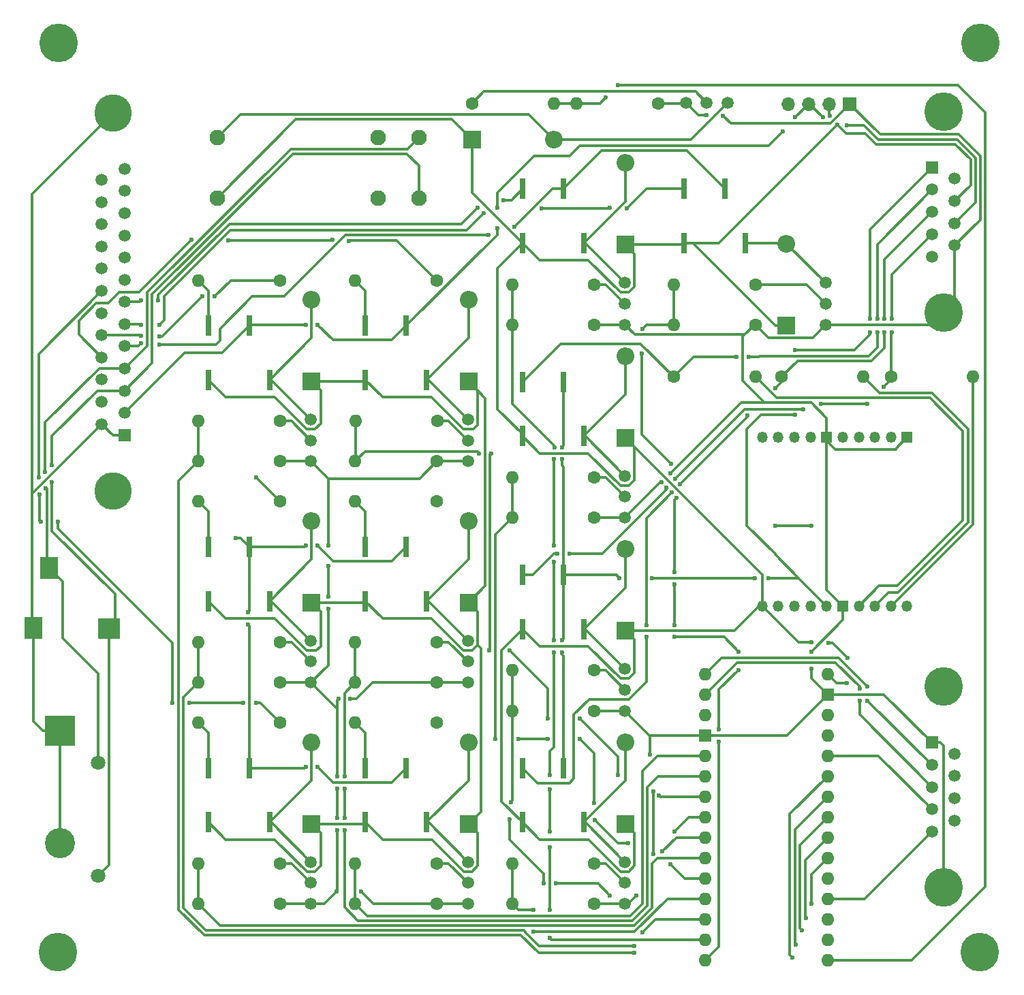
<source format=gbr>
%TF.GenerationSoftware,KiCad,Pcbnew,8.0.0*%
%TF.CreationDate,2024-03-18T21:14:30-07:00*%
%TF.ProjectId,honda radio,686f6e64-6120-4726-9164-696f2e6b6963,rev?*%
%TF.SameCoordinates,Original*%
%TF.FileFunction,Copper,L1,Top*%
%TF.FilePolarity,Positive*%
%FSLAX46Y46*%
G04 Gerber Fmt 4.6, Leading zero omitted, Abs format (unit mm)*
G04 Created by KiCad (PCBNEW 8.0.0) date 2024-03-18 21:14:30*
%MOMM*%
%LPD*%
G01*
G04 APERTURE LIST*
%TA.AperFunction,ComponentPad*%
%ADD10C,1.493000*%
%TD*%
%TA.AperFunction,ComponentPad*%
%ADD11O,1.700000X1.700000*%
%TD*%
%TA.AperFunction,ComponentPad*%
%ADD12R,1.700000X1.700000*%
%TD*%
%TA.AperFunction,ComponentPad*%
%ADD13O,1.350000X1.350000*%
%TD*%
%TA.AperFunction,ComponentPad*%
%ADD14R,1.350000X1.350000*%
%TD*%
%TA.AperFunction,ComponentPad*%
%ADD15O,1.600000X1.600000*%
%TD*%
%TA.AperFunction,ComponentPad*%
%ADD16C,1.600000*%
%TD*%
%TA.AperFunction,SMDPad,CuDef*%
%ADD17R,0.800000X2.660000*%
%TD*%
%TA.AperFunction,ComponentPad*%
%ADD18C,1.950000*%
%TD*%
%TA.AperFunction,ComponentPad*%
%ADD19R,1.600000X1.600000*%
%TD*%
%TA.AperFunction,SMDPad,CuDef*%
%ADD20R,2.200000X2.800000*%
%TD*%
%TA.AperFunction,SMDPad,CuDef*%
%ADD21R,2.800000X2.600000*%
%TD*%
%TA.AperFunction,ComponentPad*%
%ADD22C,1.800000*%
%TD*%
%TA.AperFunction,ComponentPad*%
%ADD23C,3.750000*%
%TD*%
%TA.AperFunction,ComponentPad*%
%ADD24R,3.750000X3.750000*%
%TD*%
%TA.AperFunction,ComponentPad*%
%ADD25C,4.650000*%
%TD*%
%TA.AperFunction,ComponentPad*%
%ADD26C,1.500000*%
%TD*%
%TA.AperFunction,ComponentPad*%
%ADD27R,1.500000X1.500000*%
%TD*%
%TA.AperFunction,ComponentPad*%
%ADD28C,4.800000*%
%TD*%
%TA.AperFunction,ComponentPad*%
%ADD29O,2.200000X2.200000*%
%TD*%
%TA.AperFunction,ComponentPad*%
%ADD30R,2.200000X2.200000*%
%TD*%
%TA.AperFunction,ViaPad*%
%ADD31C,0.600000*%
%TD*%
%TA.AperFunction,Conductor*%
%ADD32C,0.300000*%
%TD*%
G04 APERTURE END LIST*
D10*
%TO.P,Q12,1,C*%
%TO.N,Net-(D12-A)*%
X119835000Y-86300000D03*
%TO.P,Q12,2,B*%
%TO.N,Net-(Q12-B)*%
X119835000Y-88900000D03*
%TO.P,Q12,3,E*%
%TO.N,Net-(Q10-E)*%
X119835000Y-91500000D03*
%TD*%
%TO.P,Q11,1,C*%
%TO.N,Net-(D11-A)*%
X119835000Y-113800000D03*
%TO.P,Q11,2,B*%
%TO.N,Net-(Q11-B)*%
X119835000Y-116400000D03*
%TO.P,Q11,3,E*%
%TO.N,Net-(Q10-E)*%
X119835000Y-119000000D03*
%TD*%
%TO.P,Q10,1,C*%
%TO.N,Net-(D10-A)*%
X119835000Y-141300000D03*
%TO.P,Q10,2,B*%
%TO.N,Net-(Q10-B)*%
X119835000Y-143900000D03*
%TO.P,Q10,3,E*%
%TO.N,Net-(Q10-E)*%
X119835000Y-146500000D03*
%TD*%
%TO.P,Q9,1,C*%
%TO.N,Net-(D9-A)*%
X171620000Y-46915000D03*
%TO.P,Q9,2,B*%
%TO.N,Net-(Q9-B)*%
X169020000Y-46915000D03*
%TO.P,Q9,3,E*%
%TO.N,Net-(J1-GND)*%
X166420000Y-46915000D03*
%TD*%
%TO.P,Q8,1,C*%
%TO.N,Net-(D8-A)*%
X139335000Y-86300000D03*
%TO.P,Q8,2,B*%
%TO.N,Net-(Q8-B)*%
X139335000Y-88900000D03*
%TO.P,Q8,3,E*%
%TO.N,Net-(Q10-E)*%
X139335000Y-91500000D03*
%TD*%
%TO.P,Q7,1,C*%
%TO.N,Net-(D7-A)*%
X139335000Y-113800000D03*
%TO.P,Q7,2,B*%
%TO.N,Net-(Q7-B)*%
X139335000Y-116400000D03*
%TO.P,Q7,3,E*%
%TO.N,Net-(Q10-E)*%
X139335000Y-119000000D03*
%TD*%
%TO.P,Q6,1,C*%
%TO.N,Net-(D6-A)*%
X139335000Y-141300000D03*
%TO.P,Q6,2,B*%
%TO.N,Net-(Q6-B)*%
X139335000Y-143900000D03*
%TO.P,Q6,3,E*%
%TO.N,Net-(Q10-E)*%
X139335000Y-146500000D03*
%TD*%
%TO.P,Q5,1,C*%
%TO.N,Net-(D5-A)*%
X183835000Y-69300000D03*
%TO.P,Q5,2,B*%
%TO.N,Net-(Q5-B)*%
X183835000Y-71900000D03*
%TO.P,Q5,3,E*%
%TO.N,Net-(J1-GND)*%
X183835000Y-74500000D03*
%TD*%
%TO.P,Q4,1,C*%
%TO.N,Net-(D4-A)*%
X158835000Y-69300000D03*
%TO.P,Q4,2,B*%
%TO.N,Net-(Q4-B)*%
X158835000Y-71900000D03*
%TO.P,Q4,3,E*%
%TO.N,Net-(J1-GND)*%
X158835000Y-74500000D03*
%TD*%
%TO.P,Q3,1,C*%
%TO.N,Net-(D3-A)*%
X158835000Y-93300000D03*
%TO.P,Q3,2,B*%
%TO.N,Net-(Q3-B)*%
X158835000Y-95900000D03*
%TO.P,Q3,3,E*%
%TO.N,Net-(J1-GND)*%
X158835000Y-98500000D03*
%TD*%
%TO.P,Q2,1,C*%
%TO.N,Net-(D2-A)*%
X158835000Y-117300000D03*
%TO.P,Q2,2,B*%
%TO.N,Net-(Q2-B)*%
X158835000Y-119900000D03*
%TO.P,Q2,3,E*%
%TO.N,Net-(J1-GND)*%
X158835000Y-122500000D03*
%TD*%
%TO.P,Q1,1,C*%
%TO.N,Net-(D1-A)*%
X158835000Y-141300000D03*
%TO.P,Q1,2,B*%
%TO.N,Net-(Q1-B)*%
X158835000Y-143900000D03*
%TO.P,Q1,3,E*%
%TO.N,Net-(J1-GND)*%
X158835000Y-146500000D03*
%TD*%
D11*
%TO.P,J7,4,En*%
%TO.N,unconnected-(J7-En-Pad4)*%
X179160000Y-47080000D03*
%TO.P,J7,3,Vin*%
%TO.N,Net-(J1-12V)*%
X181700000Y-47080000D03*
%TO.P,J7,2,3V/5V*%
%TO.N,Net-(D1-K)*%
X184240000Y-47080000D03*
D12*
%TO.P,J7,1,GND*%
%TO.N,Net-(J1-GND)*%
X186780000Y-47080000D03*
%TD*%
D13*
%TO.P,J8,20,AUXD_MUT*%
%TO.N,unconnected-(J8-AUXD_MUT-Pad20)*%
X193920000Y-109500000D03*
%TO.P,J8,19,P/P*%
%TO.N,Net-(J8-P{slash}P)*%
X191920000Y-109500000D03*
%TO.P,J8,18,REW*%
%TO.N,Net-(J8-REW)*%
X189920000Y-109500000D03*
%TO.P,J8,17,FWD*%
%TO.N,Net-(J8-FWD)*%
X187920000Y-109500000D03*
D14*
%TO.P,J8,16,GND*%
%TO.N,Net-(J1-GND)*%
X185920000Y-109500000D03*
D13*
%TO.P,J8,15,+1.8V*%
%TO.N,Net-(J1-1.8V_TRIG)*%
X183920000Y-109500000D03*
%TO.P,J8,14,SPK_L*%
%TO.N,Net-(J8-SPK_L)*%
X181920000Y-109500000D03*
%TO.P,J8,13,SPK_R*%
%TO.N,Net-(J8-SPK_R)*%
X179920000Y-109500000D03*
%TO.P,J8,12,+3.3V*%
%TO.N,unconnected-(J8-+3.3V-Pad12)*%
X177920000Y-109500000D03*
%TO.P,J8,11,VIN*%
%TO.N,Net-(D1-K)*%
X175920000Y-109500000D03*
%TO.P,J8,10,LIN_BP*%
%TO.N,unconnected-(J8-LIN_BP-Pad10)*%
X175920000Y-88500000D03*
%TO.P,J8,9,LIN_BN*%
%TO.N,unconnected-(J8-LIN_BN-Pad9)*%
X177920000Y-88500000D03*
%TO.P,J8,8,LIN_AP*%
%TO.N,unconnected-(J8-LIN_AP-Pad8)*%
X179920000Y-88500000D03*
%TO.P,J8,7,LIN_AN*%
%TO.N,unconnected-(J8-LIN_AN-Pad7)*%
X181920000Y-88500000D03*
D14*
%TO.P,J8,6,GND*%
%TO.N,Net-(J1-GND)*%
X183920000Y-88500000D03*
D13*
%TO.P,J8,5,SPK_RN*%
%TO.N,unconnected-(J8-SPK_RN-Pad5)*%
X185920000Y-88500000D03*
%TO.P,J8,4,SPK_RP*%
%TO.N,unconnected-(J8-SPK_RP-Pad4)*%
X187920000Y-88500000D03*
%TO.P,J8,3,SPK_LN*%
%TO.N,unconnected-(J8-SPK_LN-Pad3)*%
X189920000Y-88500000D03*
%TO.P,J8,2,SPK_LP*%
%TO.N,unconnected-(J8-SPK_LP-Pad2)*%
X191920000Y-88500000D03*
D14*
%TO.P,J8,1,GND*%
%TO.N,Net-(J1-GND)*%
X193920000Y-88500000D03*
%TD*%
D15*
%TO.P,R33,2*%
%TO.N,Net-(J6-D5)*%
X105840000Y-91500000D03*
D16*
%TO.P,R33,1*%
%TO.N,Net-(Q10-E)*%
X116000000Y-91500000D03*
%TD*%
D15*
%TO.P,R32,2*%
%TO.N,Net-(J6-D6)*%
X105840000Y-119000000D03*
D16*
%TO.P,R32,1*%
%TO.N,Net-(Q10-E)*%
X116000000Y-119000000D03*
%TD*%
D15*
%TO.P,R31,2*%
%TO.N,Net-(J6-D7)*%
X105840000Y-146500000D03*
D16*
%TO.P,R31,1*%
%TO.N,Net-(Q10-E)*%
X116000000Y-146500000D03*
%TD*%
D15*
%TO.P,R30,2*%
%TO.N,Net-(J6-D5)*%
X105840000Y-86500000D03*
D16*
%TO.P,R30,1*%
%TO.N,Net-(Q12-B)*%
X116000000Y-86500000D03*
%TD*%
D15*
%TO.P,R29,2*%
%TO.N,Net-(J6-D6)*%
X105840000Y-114000000D03*
D16*
%TO.P,R29,1*%
%TO.N,Net-(Q11-B)*%
X116000000Y-114000000D03*
%TD*%
D15*
%TO.P,R28,2*%
%TO.N,Net-(J6-D7)*%
X105840000Y-141500000D03*
D16*
%TO.P,R28,1*%
%TO.N,Net-(Q10-B)*%
X116000000Y-141500000D03*
%TD*%
D15*
%TO.P,R27,2*%
%TO.N,Net-(J6-D13)*%
X152840000Y-47000000D03*
D16*
%TO.P,R27,1*%
%TO.N,Net-(J1-GND)*%
X163000000Y-47000000D03*
%TD*%
D15*
%TO.P,R26,2*%
%TO.N,Net-(J6-D13)*%
X150000000Y-47000000D03*
D16*
%TO.P,R26,1*%
%TO.N,Net-(Q9-B)*%
X139840000Y-47000000D03*
%TD*%
D15*
%TO.P,R25,2*%
%TO.N,Net-(K12-N.O.)*%
X105840000Y-69000000D03*
D16*
%TO.P,R25,1*%
%TO.N,Net-(J3-LED3)*%
X116000000Y-69000000D03*
%TD*%
D15*
%TO.P,R24,2*%
%TO.N,Net-(K11-N.O.)*%
X105840000Y-96500000D03*
D16*
%TO.P,R24,1*%
%TO.N,Net-(J3-LED2)*%
X116000000Y-96500000D03*
%TD*%
D15*
%TO.P,R23,2*%
%TO.N,Net-(K10-N.O.)*%
X105840000Y-124000000D03*
D16*
%TO.P,R23,1*%
%TO.N,Net-(J3-LED1)*%
X116000000Y-124000000D03*
%TD*%
D15*
%TO.P,R22,2*%
%TO.N,Net-(J6-D4)*%
X125340000Y-91500000D03*
D16*
%TO.P,R22,1*%
%TO.N,Net-(Q10-E)*%
X135500000Y-91500000D03*
%TD*%
D15*
%TO.P,R21,2*%
%TO.N,Net-(J6-D3)*%
X125340000Y-119000000D03*
D16*
%TO.P,R21,1*%
%TO.N,Net-(Q10-E)*%
X135500000Y-119000000D03*
%TD*%
D15*
%TO.P,R20,2*%
%TO.N,Net-(J6-D2)*%
X125340000Y-146500000D03*
D16*
%TO.P,R20,1*%
%TO.N,Net-(Q10-E)*%
X135500000Y-146500000D03*
%TD*%
D15*
%TO.P,R19,2*%
%TO.N,Net-(J6-D4)*%
X125420000Y-86500000D03*
D16*
%TO.P,R19,1*%
%TO.N,Net-(Q8-B)*%
X135580000Y-86500000D03*
%TD*%
D15*
%TO.P,R18,2*%
%TO.N,Net-(J6-D3)*%
X125340000Y-114000000D03*
D16*
%TO.P,R18,1*%
%TO.N,Net-(Q7-B)*%
X135500000Y-114000000D03*
%TD*%
D15*
%TO.P,R17,2*%
%TO.N,Net-(J6-D2)*%
X125340000Y-141500000D03*
D16*
%TO.P,R17,1*%
%TO.N,Net-(Q6-B)*%
X135500000Y-141500000D03*
%TD*%
%TO.P,R16,1*%
%TO.N,Net-(J1-GND)*%
X175085000Y-74500000D03*
D15*
%TO.P,R16,2*%
%TO.N,Net-(J6-D12)*%
X164925000Y-74500000D03*
%TD*%
%TO.P,R15,2*%
%TO.N,Net-(J6-D11)*%
X144840000Y-74500000D03*
D16*
%TO.P,R15,1*%
%TO.N,Net-(J1-GND)*%
X155000000Y-74500000D03*
%TD*%
%TO.P,R14,1*%
%TO.N,Net-(Q5-B)*%
X175085000Y-69500000D03*
D15*
%TO.P,R14,2*%
%TO.N,Net-(J6-D12)*%
X164925000Y-69500000D03*
%TD*%
%TO.P,R13,2*%
%TO.N,Net-(J6-D11)*%
X144840000Y-69500000D03*
D16*
%TO.P,R13,1*%
%TO.N,Net-(Q4-B)*%
X155000000Y-69500000D03*
%TD*%
D15*
%TO.P,R12,2*%
%TO.N,Net-(K8-N.O.)*%
X125340000Y-69000000D03*
D16*
%TO.P,R12,1*%
%TO.N,Net-(J3-LED4)*%
X135500000Y-69000000D03*
%TD*%
D15*
%TO.P,R11,2*%
%TO.N,Net-(K7-N.O.)*%
X125340000Y-96500000D03*
D16*
%TO.P,R11,1*%
%TO.N,Net-(J3-LED5)*%
X135500000Y-96500000D03*
%TD*%
D15*
%TO.P,R10,2*%
%TO.N,Net-(K6-N.O.)*%
X125340000Y-124000000D03*
D16*
%TO.P,R10,1*%
%TO.N,Net-(J3-LED6)*%
X135500000Y-124000000D03*
%TD*%
%TO.P,R9,1*%
%TO.N,Net-(J1-FWD_BTN)*%
X164920000Y-81000000D03*
D15*
%TO.P,R9,2*%
%TO.N,Net-(J8-FWD)*%
X175080000Y-81000000D03*
%TD*%
D16*
%TO.P,R8,1*%
%TO.N,Net-(J1-REW_BTN)*%
X178340000Y-81000000D03*
D15*
%TO.P,R8,2*%
%TO.N,Net-(J8-REW)*%
X188500000Y-81000000D03*
%TD*%
D16*
%TO.P,R7,1*%
%TO.N,Net-(J1-PP_BTN)*%
X191920000Y-81000000D03*
D15*
%TO.P,R7,2*%
%TO.N,Net-(J8-P{slash}P)*%
X202080000Y-81000000D03*
%TD*%
%TO.P,R6,2*%
%TO.N,Net-(J6-D8)*%
X144840000Y-98500000D03*
D16*
%TO.P,R6,1*%
%TO.N,Net-(J1-GND)*%
X155000000Y-98500000D03*
%TD*%
D15*
%TO.P,R5,2*%
%TO.N,Net-(J6-D10)*%
X144840000Y-122500000D03*
D16*
%TO.P,R5,1*%
%TO.N,Net-(J1-GND)*%
X155000000Y-122500000D03*
%TD*%
D15*
%TO.P,R4,2*%
%TO.N,Net-(J6-D9)*%
X144840000Y-146500000D03*
D16*
%TO.P,R4,1*%
%TO.N,Net-(J1-GND)*%
X155000000Y-146500000D03*
%TD*%
D15*
%TO.P,R3,2*%
%TO.N,Net-(J6-D8)*%
X144840000Y-93500000D03*
D16*
%TO.P,R3,1*%
%TO.N,Net-(Q3-B)*%
X155000000Y-93500000D03*
%TD*%
D15*
%TO.P,R2,2*%
%TO.N,Net-(J6-D10)*%
X144840000Y-117500000D03*
D16*
%TO.P,R2,1*%
%TO.N,Net-(Q2-B)*%
X155000000Y-117500000D03*
%TD*%
%TO.P,R1,1*%
%TO.N,Net-(Q1-B)*%
X155000000Y-141500000D03*
D15*
%TO.P,R1,2*%
%TO.N,Net-(J6-D9)*%
X144840000Y-141500000D03*
%TD*%
D17*
%TO.P,K12,8,COIL_2*%
%TO.N,Net-(D12-A)*%
X114730000Y-81370000D03*
%TO.P,K12,5,COIL_1*%
%TO.N,Net-(D10-K)*%
X107110000Y-81370000D03*
%TO.P,K12,4,N.O.*%
%TO.N,Net-(K12-N.O.)*%
X107110000Y-74630000D03*
%TO.P,K12,2,COM*%
%TO.N,Net-(J1-12V)*%
X112190000Y-74630000D03*
%TD*%
%TO.P,K11,8,COIL_2*%
%TO.N,Net-(D11-A)*%
X114730000Y-108870000D03*
%TO.P,K11,5,COIL_1*%
%TO.N,Net-(D10-K)*%
X107110000Y-108870000D03*
%TO.P,K11,4,N.O.*%
%TO.N,Net-(K11-N.O.)*%
X107110000Y-102130000D03*
%TO.P,K11,2,COM*%
%TO.N,Net-(J1-12V)*%
X112190000Y-102130000D03*
%TD*%
%TO.P,K10,8,COIL_2*%
%TO.N,Net-(D10-A)*%
X114730000Y-136370000D03*
%TO.P,K10,5,COIL_1*%
%TO.N,Net-(D10-K)*%
X107110000Y-136370000D03*
%TO.P,K10,4,N.O.*%
%TO.N,Net-(K10-N.O.)*%
X107110000Y-129630000D03*
%TO.P,K10,2,COM*%
%TO.N,Net-(J1-12V)*%
X112190000Y-129630000D03*
%TD*%
D18*
%TO.P,K9,8,COIL_2*%
%TO.N,Net-(D9-A)*%
X108220000Y-51250000D03*
%TO.P,K9,6,COM_2*%
%TO.N,Net-(J8-SPK_R)*%
X128220000Y-51250000D03*
%TO.P,K9,5,NO_2*%
%TO.N,Net-(J3-SPK_R)*%
X133220000Y-51250000D03*
%TO.P,K9,4,NO_1*%
%TO.N,Net-(J3-SPK_L)*%
X133220000Y-58750000D03*
%TO.P,K9,3,COM_1*%
%TO.N,Net-(J8-SPK_L)*%
X128220000Y-58750000D03*
%TO.P,K9,1,COIL_1*%
%TO.N,Net-(D1-K)*%
X108220000Y-58750000D03*
%TD*%
D17*
%TO.P,K8,8,COIL_2*%
%TO.N,Net-(D8-A)*%
X134230000Y-81370000D03*
%TO.P,K8,5,COIL_1*%
%TO.N,Net-(D10-K)*%
X126610000Y-81370000D03*
%TO.P,K8,4,N.O.*%
%TO.N,Net-(K8-N.O.)*%
X126610000Y-74630000D03*
%TO.P,K8,2,COM*%
%TO.N,Net-(J1-12V)*%
X131690000Y-74630000D03*
%TD*%
%TO.P,K7,8,COIL_2*%
%TO.N,Net-(D7-A)*%
X134230000Y-108870000D03*
%TO.P,K7,5,COIL_1*%
%TO.N,Net-(D10-K)*%
X126610000Y-108870000D03*
%TO.P,K7,4,N.O.*%
%TO.N,Net-(K7-N.O.)*%
X126610000Y-102130000D03*
%TO.P,K7,2,COM*%
%TO.N,Net-(J1-12V)*%
X131690000Y-102130000D03*
%TD*%
%TO.P,K6,8,COIL_2*%
%TO.N,Net-(D6-A)*%
X134230000Y-136370000D03*
%TO.P,K6,5,COIL_1*%
%TO.N,Net-(D10-K)*%
X126610000Y-136370000D03*
%TO.P,K6,4,N.O.*%
%TO.N,Net-(K6-N.O.)*%
X126610000Y-129630000D03*
%TO.P,K6,2,COM*%
%TO.N,Net-(J1-12V)*%
X131690000Y-129630000D03*
%TD*%
%TO.P,K5,2,COM*%
%TO.N,Net-(J3-B+)*%
X171275000Y-57630000D03*
%TO.P,K5,4,N.O.*%
%TO.N,Net-(J3-B+TAP)*%
X166195000Y-57630000D03*
%TO.P,K5,5,COIL_1*%
%TO.N,Net-(D1-K)*%
X166195000Y-64370000D03*
%TO.P,K5,8,COIL_2*%
%TO.N,Net-(D5-A)*%
X173815000Y-64370000D03*
%TD*%
%TO.P,K4,2,COM*%
%TO.N,Net-(J3-B+)*%
X151190000Y-57630000D03*
%TO.P,K4,4,N.O.*%
%TO.N,Net-(J3-B+RAD)*%
X146110000Y-57630000D03*
%TO.P,K4,5,COIL_1*%
%TO.N,Net-(D1-K)*%
X146110000Y-64370000D03*
%TO.P,K4,8,COIL_2*%
%TO.N,Net-(D4-A)*%
X153730000Y-64370000D03*
%TD*%
%TO.P,K3,8,COIL_2*%
%TO.N,Net-(D3-A)*%
X153730000Y-88370000D03*
%TO.P,K3,5,COIL_1*%
%TO.N,Net-(D1-K)*%
X146110000Y-88370000D03*
%TO.P,K3,4,N.O.*%
%TO.N,Net-(J1-FWD_BTN)*%
X146110000Y-81630000D03*
%TO.P,K3,2,COM*%
%TO.N,Net-(J1-1.8V_TRIG)*%
X151190000Y-81630000D03*
%TD*%
%TO.P,K2,8,COIL_2*%
%TO.N,Net-(D2-A)*%
X153730000Y-112370000D03*
%TO.P,K2,5,COIL_1*%
%TO.N,Net-(D1-K)*%
X146110000Y-112370000D03*
%TO.P,K2,4,N.O.*%
%TO.N,Net-(J1-PP_BTN)*%
X146110000Y-105630000D03*
%TO.P,K2,2,COM*%
%TO.N,Net-(J1-1.8V_TRIG)*%
X151190000Y-105630000D03*
%TD*%
%TO.P,K1,8,COIL_2*%
%TO.N,Net-(D1-A)*%
X153730000Y-136370000D03*
%TO.P,K1,5,COIL_1*%
%TO.N,Net-(D1-K)*%
X146110000Y-136370000D03*
%TO.P,K1,4,N.O.*%
%TO.N,Net-(J1-REW_BTN)*%
X146110000Y-129630000D03*
%TO.P,K1,2,COM*%
%TO.N,Net-(J1-1.8V_TRIG)*%
X151190000Y-129630000D03*
%TD*%
D15*
%TO.P,J6,30,D12*%
%TO.N,Net-(J6-D12)*%
X168810000Y-153510000D03*
%TO.P,J6,29,D11*%
%TO.N,Net-(J6-D11)*%
X168810000Y-150970000D03*
%TO.P,J6,28,D10*%
%TO.N,Net-(J6-D10)*%
X168810000Y-148430000D03*
%TO.P,J6,27,D9*%
%TO.N,Net-(J6-D9)*%
X168810000Y-145890000D03*
%TO.P,J6,26,D8*%
%TO.N,Net-(J6-D8)*%
X168810000Y-143350000D03*
%TO.P,J6,25,D7*%
%TO.N,Net-(J6-D7)*%
X168810000Y-140810000D03*
%TO.P,J6,24,D6*%
%TO.N,Net-(J6-D6)*%
X168810000Y-138270000D03*
%TO.P,J6,23,D5*%
%TO.N,Net-(J6-D5)*%
X168810000Y-135730000D03*
%TO.P,J6,22,D4*%
%TO.N,Net-(J6-D4)*%
X168810000Y-133190000D03*
%TO.P,J6,21,D3*%
%TO.N,Net-(J6-D3)*%
X168810000Y-130650000D03*
%TO.P,J6,20,D2*%
%TO.N,Net-(J6-D2)*%
X168810000Y-128110000D03*
D19*
%TO.P,J6,19,GND*%
%TO.N,Net-(J1-GND)*%
X168810000Y-125570000D03*
D15*
%TO.P,J6,18,RST*%
%TO.N,unconnected-(J6-RST-Pad18)*%
X168810000Y-123030000D03*
%TO.P,J6,17,RX0*%
%TO.N,Net-(J2-REW_BTN)*%
X168810000Y-120490000D03*
%TO.P,J6,16,TX1*%
%TO.N,Net-(J2-FWD_BTN)*%
X168810000Y-117950000D03*
%TO.P,J6,15,D13*%
%TO.N,Net-(J6-D13)*%
X184050000Y-153510000D03*
%TO.P,J6,14,3.3V*%
%TO.N,unconnected-(J6-3.3V-Pad14)*%
X184050000Y-150970000D03*
%TO.P,J6,13,REF*%
%TO.N,unconnected-(J6-REF-Pad13)*%
X184050000Y-148430000D03*
%TO.P,J6,12,A0*%
%TO.N,Net-(J6-A0)*%
X184050000Y-145890000D03*
%TO.P,J6,11,A1*%
%TO.N,Net-(J3-BTN1)*%
X184050000Y-143350000D03*
%TO.P,J6,10,A2*%
%TO.N,Net-(J3-BTN2)*%
X184050000Y-140810000D03*
%TO.P,J6,9,A3*%
%TO.N,Net-(J3-BTN3)*%
X184050000Y-138270000D03*
%TO.P,J6,8,A4*%
%TO.N,Net-(J3-BTN4)*%
X184050000Y-135730000D03*
%TO.P,J6,7,A5*%
%TO.N,Net-(J3-BTN5)*%
X184050000Y-133190000D03*
%TO.P,J6,6,A6*%
%TO.N,Net-(J3-BTN6)*%
X184050000Y-130650000D03*
%TO.P,J6,5,A7*%
%TO.N,Net-(J2-PP_BTN)*%
X184050000Y-128110000D03*
%TO.P,J6,4,5V*%
%TO.N,unconnected-(J6-5V-Pad4)*%
X184050000Y-125570000D03*
%TO.P,J6,3,RST*%
%TO.N,unconnected-(J6-RST-Pad3)*%
X184050000Y-123030000D03*
D19*
%TO.P,J6,2,GND*%
%TO.N,Net-(J1-GND)*%
X184050000Y-120490000D03*
D15*
%TO.P,J6,1,VIN*%
%TO.N,Net-(D1-K)*%
X184050000Y-117950000D03*
%TD*%
D20*
%TO.P,J5,3,RING*%
%TO.N,Net-(J3-SPK_R)*%
X87320000Y-104800000D03*
D21*
%TO.P,J5,2,TIP*%
%TO.N,Net-(J3-SPK_L)*%
X94720000Y-112300000D03*
D20*
%TO.P,J5,1,SLEEVE*%
%TO.N,Net-(J1-GND)*%
X85320000Y-112200000D03*
%TD*%
D22*
%TO.P,J4,4,L*%
%TO.N,Net-(J3-SPK_L)*%
X93420000Y-143000000D03*
D23*
%TO.P,J4,3,GND*%
%TO.N,Net-(J1-GND)*%
X88670000Y-139000000D03*
D22*
%TO.P,J4,2,R*%
%TO.N,Net-(J3-SPK_R)*%
X93420000Y-129000000D03*
D24*
%TO.P,J4,1,GND*%
%TO.N,Net-(J1-GND)*%
X88670000Y-125000000D03*
%TD*%
D25*
%TO.P,J3,MH1*%
%TO.N,N/C*%
X95260000Y-95180000D03*
D26*
%TO.P,J3,25,NC*%
%TO.N,unconnected-(J3-NC-Pad25)*%
X93840000Y-56500000D03*
%TO.P,J3,24,NC*%
%TO.N,unconnected-(J3-NC-Pad24)*%
X93840000Y-59260000D03*
%TO.P,J3,23,NC*%
%TO.N,unconnected-(J3-NC-Pad23)*%
X93840000Y-62020000D03*
%TO.P,J3,22,NC*%
%TO.N,unconnected-(J3-NC-Pad22)*%
X93840000Y-64780000D03*
%TO.P,J3,21,NC*%
%TO.N,unconnected-(J3-NC-Pad21)*%
X93840000Y-67540000D03*
%TO.P,J3,20,LED1*%
%TO.N,Net-(J3-LED1)*%
X93840000Y-70300000D03*
%TO.P,J3,19,LED2*%
%TO.N,Net-(J3-LED2)*%
X93840000Y-73060000D03*
%TO.P,J3,18,LED3*%
%TO.N,Net-(J3-LED3)*%
X93840000Y-75820000D03*
%TO.P,J3,17,LED4*%
%TO.N,Net-(J3-LED4)*%
X93840000Y-78580000D03*
%TO.P,J3,16,LED5*%
%TO.N,Net-(J3-LED5)*%
X93840000Y-81340000D03*
%TO.P,J3,15,LED6*%
%TO.N,Net-(J3-LED6)*%
X93840000Y-84100000D03*
%TO.P,J3,14,GND*%
%TO.N,Net-(J1-GND)*%
X93840000Y-86860000D03*
%TO.P,J3,13,BTN6*%
%TO.N,Net-(J3-BTN6)*%
X96680000Y-55120000D03*
%TO.P,J3,12,BTN5*%
%TO.N,Net-(J3-BTN5)*%
X96680000Y-57880000D03*
%TO.P,J3,11,BTN4*%
%TO.N,Net-(J3-BTN4)*%
X96680000Y-60640000D03*
%TO.P,J3,10,BTN3*%
%TO.N,Net-(J3-BTN3)*%
X96680000Y-63400000D03*
%TO.P,J3,9,BTN2*%
%TO.N,Net-(J3-BTN2)*%
X96680000Y-66160000D03*
%TO.P,J3,8,BTN1*%
%TO.N,Net-(J3-BTN1)*%
X96680000Y-68920000D03*
%TO.P,J3,7,B+TAP*%
%TO.N,Net-(J3-B+TAP)*%
X96680000Y-71680000D03*
%TO.P,J3,6,B+RAD*%
%TO.N,Net-(J3-B+RAD)*%
X96680000Y-74440000D03*
%TO.P,J3,5,B+*%
%TO.N,Net-(J3-B+)*%
X96680000Y-77200000D03*
%TO.P,J3,4,SPK_R*%
%TO.N,Net-(J3-SPK_R)*%
X96680000Y-79960000D03*
%TO.P,J3,3,SPK_L*%
%TO.N,Net-(J3-SPK_L)*%
X96680000Y-82720000D03*
%TO.P,J3,2,12V*%
%TO.N,Net-(J1-12V)*%
X96680000Y-85480000D03*
D27*
%TO.P,J3,1,GND*%
%TO.N,Net-(J1-GND)*%
X96680000Y-88240000D03*
D25*
%TO.P,J3,0,PAD*%
X95260000Y-48180000D03*
%TD*%
D28*
%TO.P,J2,MH1*%
%TO.N,N/C*%
X198415000Y-119505000D03*
D26*
%TO.P,J2,9,GND*%
%TO.N,unconnected-(J2-GND-Pad9)*%
X199835000Y-136159000D03*
%TO.P,J2,8,12V*%
%TO.N,unconnected-(J2-12V-Pad8)*%
X199835000Y-133386000D03*
%TO.P,J2,7,5V*%
%TO.N,unconnected-(J2-5V-Pad7)*%
X199835000Y-130614000D03*
%TO.P,J2,6,NC*%
%TO.N,unconnected-(J2-NC-Pad6)*%
X199835000Y-127841000D03*
%TO.P,J2,5,NC*%
%TO.N,Net-(J6-A0)*%
X196995000Y-137545000D03*
%TO.P,J2,4,PP_BTN*%
%TO.N,Net-(J2-PP_BTN)*%
X196995000Y-134772000D03*
%TO.P,J2,3,REW_BTN*%
%TO.N,Net-(J2-REW_BTN)*%
X196995000Y-132000000D03*
%TO.P,J2,2,FWD_BTN*%
%TO.N,Net-(J2-FWD_BTN)*%
X196995000Y-129227000D03*
D27*
%TO.P,J2,1,1.8V_TRIG*%
%TO.N,Net-(J1-GND)*%
X196995000Y-126455000D03*
D28*
%TO.P,J2,0,PAD*%
X198415000Y-144495000D03*
%TD*%
%TO.P,J1,MH1*%
%TO.N,N/C*%
X198420000Y-48005000D03*
D26*
%TO.P,J1,9,GND*%
%TO.N,Net-(J1-GND)*%
X199840000Y-64659000D03*
%TO.P,J1,8,12V*%
%TO.N,Net-(J1-12V)*%
X199840000Y-61886000D03*
%TO.P,J1,7,5V*%
%TO.N,Net-(D1-K)*%
X199840000Y-59114000D03*
%TO.P,J1,6,NC*%
%TO.N,unconnected-(J1-NC-Pad6)*%
X199840000Y-56341000D03*
%TO.P,J1,5,NC*%
%TO.N,unconnected-(J1-NC-Pad5)*%
X197000000Y-66045000D03*
%TO.P,J1,4,PP_BTN*%
%TO.N,Net-(J1-PP_BTN)*%
X197000000Y-63272000D03*
%TO.P,J1,3,REW_BTN*%
%TO.N,Net-(J1-REW_BTN)*%
X197000000Y-60500000D03*
%TO.P,J1,2,FWD_BTN*%
%TO.N,Net-(J1-FWD_BTN)*%
X197000000Y-57727000D03*
D27*
%TO.P,J1,1,1.8V_TRIG*%
%TO.N,Net-(J1-1.8V_TRIG)*%
X197000000Y-54955000D03*
D28*
%TO.P,J1,0,PAD*%
%TO.N,Net-(J1-GND)*%
X198420000Y-72995000D03*
%TD*%
D29*
%TO.P,D12,2,A*%
%TO.N,Net-(D12-A)*%
X119920000Y-71420000D03*
D30*
%TO.P,D12,1,K*%
%TO.N,Net-(D10-K)*%
X119920000Y-81580000D03*
%TD*%
D29*
%TO.P,D11,2,A*%
%TO.N,Net-(D11-A)*%
X119920000Y-98920000D03*
D30*
%TO.P,D11,1,K*%
%TO.N,Net-(D10-K)*%
X119920000Y-109080000D03*
%TD*%
D29*
%TO.P,D10,2,A*%
%TO.N,Net-(D10-A)*%
X119920000Y-126420000D03*
D30*
%TO.P,D10,1,K*%
%TO.N,Net-(D10-K)*%
X119920000Y-136580000D03*
%TD*%
D29*
%TO.P,D9,2,A*%
%TO.N,Net-(D9-A)*%
X150000000Y-51500000D03*
D30*
%TO.P,D9,1,K*%
%TO.N,Net-(D1-K)*%
X139840000Y-51500000D03*
%TD*%
D29*
%TO.P,D8,2,A*%
%TO.N,Net-(D8-A)*%
X139420000Y-71420000D03*
D30*
%TO.P,D8,1,K*%
%TO.N,Net-(D10-K)*%
X139420000Y-81580000D03*
%TD*%
D29*
%TO.P,D7,2,A*%
%TO.N,Net-(D7-A)*%
X139420000Y-98920000D03*
D30*
%TO.P,D7,1,K*%
%TO.N,Net-(D10-K)*%
X139420000Y-109080000D03*
%TD*%
D29*
%TO.P,D6,2,A*%
%TO.N,Net-(D6-A)*%
X139420000Y-126420000D03*
D30*
%TO.P,D6,1,K*%
%TO.N,Net-(D10-K)*%
X139420000Y-136580000D03*
%TD*%
%TO.P,D5,1,K*%
%TO.N,Net-(D1-K)*%
X178920000Y-74580000D03*
D29*
%TO.P,D5,2,A*%
%TO.N,Net-(D5-A)*%
X178920000Y-64420000D03*
%TD*%
%TO.P,D4,2,A*%
%TO.N,Net-(D4-A)*%
X158920000Y-54420000D03*
D30*
%TO.P,D4,1,K*%
%TO.N,Net-(D1-K)*%
X158920000Y-64580000D03*
%TD*%
D29*
%TO.P,D3,2,A*%
%TO.N,Net-(D3-A)*%
X158920000Y-78420000D03*
D30*
%TO.P,D3,1,K*%
%TO.N,Net-(D1-K)*%
X158920000Y-88580000D03*
%TD*%
D29*
%TO.P,D2,2,A*%
%TO.N,Net-(D2-A)*%
X158920000Y-102420000D03*
D30*
%TO.P,D2,1,K*%
%TO.N,Net-(D1-K)*%
X158920000Y-112580000D03*
%TD*%
D29*
%TO.P,D1,2,A*%
%TO.N,Net-(D1-A)*%
X158920000Y-126420000D03*
D30*
%TO.P,D1,1,K*%
%TO.N,Net-(D1-K)*%
X158920000Y-136580000D03*
%TD*%
D28*
%TO.P,REF\u002A\u002A,MH1*%
%TO.N,N/C*%
X88500000Y-39500000D03*
%TD*%
%TO.P,REF\u002A\u002A,MH1*%
%TO.N,N/C*%
X88420000Y-152500000D03*
%TD*%
%TO.P,,MH1*%
%TO.N,N/C*%
X203000000Y-39500000D03*
%TD*%
%TO.P,,MH1*%
%TO.N,N/C*%
X202920000Y-152500000D03*
%TD*%
D31*
%TO.N,Net-(J3-BTN6)*%
X179651655Y-153151655D03*
%TO.N,Net-(J3-BTN5)*%
X180121324Y-151621324D03*
%TO.N,Net-(J3-BTN4)*%
X180840993Y-149840993D03*
%TO.N,Net-(J3-BTN3)*%
X181310662Y-148310662D03*
%TO.N,Net-(J3-BTN2)*%
X182030331Y-146530331D03*
%TO.N,Net-(J3-LED1)*%
X88400865Y-99000000D03*
X86250000Y-99000000D03*
X86130331Y-95630331D03*
X86000000Y-93500000D03*
%TO.N,Net-(J3-SPK_R)*%
X86901753Y-94858909D03*
X86819669Y-92819669D03*
%TO.N,Net-(J3-SPK_L)*%
X87644669Y-91994669D03*
X87650865Y-94109797D03*
%TO.N,Net-(J3-LED2)*%
X113000000Y-93500000D03*
%TO.N,Net-(J1-12V)*%
X110500000Y-101000000D03*
%TO.N,Net-(J8-SPK_L)*%
X182000000Y-99500000D03*
X177500000Y-99500000D03*
%TO.N,Net-(J3-LED3)*%
X107860000Y-71000000D03*
X106360000Y-71000000D03*
X101000000Y-76000000D03*
X98750000Y-75889666D03*
%TO.N,Net-(J3-LED4)*%
X104969669Y-63969669D03*
X109553123Y-64053123D03*
X122469669Y-63969669D03*
X124500000Y-64129669D03*
%TO.N,Net-(J3-LED1)*%
X102650000Y-121500000D03*
X104750000Y-121500000D03*
X111440000Y-121500000D03*
X113000000Y-121500000D03*
%TO.N,Net-(J6-D4)*%
X140750000Y-90500000D03*
X142250000Y-90500000D03*
X142000000Y-115000000D03*
X144520331Y-115020331D03*
X149250000Y-123500000D03*
X153250000Y-123500000D03*
X158000000Y-130500000D03*
X163100000Y-133048741D03*
%TO.N,Net-(J6-D12)*%
X161000000Y-75000000D03*
X164606067Y-91833271D03*
X165304154Y-96024816D03*
X165000000Y-106750000D03*
X165000000Y-111830000D03*
X165000000Y-113330000D03*
X165000000Y-105250000D03*
X173000000Y-115150000D03*
X172930331Y-117430331D03*
X160929669Y-78070331D03*
X170500000Y-126320000D03*
X170500000Y-124820000D03*
%TO.N,Net-(J6-D5)*%
X160000000Y-152620003D03*
X165000000Y-137500000D03*
%TO.N,Net-(J6-D8)*%
X142750000Y-126000000D03*
X145590000Y-126000000D03*
X149250000Y-126000000D03*
X153250000Y-126000000D03*
X155080331Y-136080331D03*
X159281500Y-139000000D03*
X164500000Y-141560000D03*
X155000000Y-134000000D03*
%TO.N,Net-(J6-D6)*%
X160000000Y-151720000D03*
X163500000Y-140000000D03*
%TO.N,Net-(J6-D10)*%
X144650331Y-133849669D03*
X144500000Y-136000000D03*
X148750000Y-144000000D03*
X150250000Y-144000000D03*
X157000000Y-145500000D03*
X161053123Y-150053123D03*
%TO.N,Net-(J1-1.8V_TRIG)*%
X180000000Y-85750000D03*
X180000000Y-77650000D03*
X189299991Y-75500000D03*
X189299991Y-73750000D03*
%TO.N,Net-(J3-B+TAP)*%
X159080331Y-60080331D03*
X157000000Y-60000000D03*
X148530331Y-60030331D03*
X140500000Y-60000000D03*
%TO.N,Net-(J3-B+RAD)*%
X143750000Y-59000000D03*
X141339669Y-60660331D03*
%TO.N,Net-(J3-B+)*%
X141879669Y-63379669D03*
X145150331Y-62349669D03*
X98750000Y-76789669D03*
X101000000Y-77000000D03*
%TO.N,Net-(J3-B+RAD)*%
X101000000Y-74500000D03*
X98750000Y-74500000D03*
%TO.N,Net-(J3-B+TAP)*%
X100850000Y-71500000D03*
X98750000Y-71500000D03*
%TO.N,Net-(J6-D11)*%
X149500000Y-139500000D03*
X149500000Y-132250000D03*
X150000000Y-115250000D03*
X149500000Y-147250000D03*
X149500000Y-150750000D03*
X150030331Y-104030331D03*
X150000000Y-113750000D03*
X150000000Y-102000000D03*
X150000000Y-91250000D03*
X150099997Y-89750000D03*
X149500000Y-130500000D03*
X149500000Y-137500000D03*
%TO.N,Net-(J1-1.8V_TRIG)*%
X158170000Y-106000000D03*
X162250000Y-106000000D03*
X176670000Y-106019883D03*
X175000000Y-106000000D03*
%TO.N,Net-(J1-REW_BTN)*%
X161500000Y-113330000D03*
X161500000Y-111830000D03*
X165721052Y-94320390D03*
X164667756Y-95388418D03*
X174041729Y-85791729D03*
X177570331Y-82429669D03*
%TO.N,Net-(J1-PP_BTN)*%
X150440000Y-103000000D03*
X152000000Y-103000000D03*
X164026067Y-94746729D03*
X165136398Y-93636398D03*
X181000000Y-85000000D03*
X183209714Y-84349052D03*
X191000000Y-82250000D03*
X189000000Y-84350000D03*
%TO.N,Net-(J1-GND)*%
X161969669Y-127969669D03*
X162350000Y-132500000D03*
X162349052Y-140290286D03*
X160250000Y-145500000D03*
X164500000Y-93000000D03*
X163389669Y-94110331D03*
%TO.N,Net-(D1-K)*%
X186469669Y-119030331D03*
X186530331Y-115969669D03*
X182000000Y-114000000D03*
X184105331Y-114105331D03*
%TO.N,Net-(J1-12V)*%
X178500000Y-50500000D03*
X180000000Y-48750000D03*
X143000000Y-60000000D03*
X143000000Y-62500000D03*
%TO.N,Net-(J6-D13)*%
X158000000Y-44750000D03*
X156500000Y-46250000D03*
%TO.N,Net-(J1-FWD_BTN)*%
X190199994Y-73750000D03*
X190199994Y-75500000D03*
X174250000Y-78500000D03*
X172750000Y-78500000D03*
%TO.N,Net-(J1-REW_BTN)*%
X191099997Y-73750000D03*
X191099997Y-75500000D03*
%TO.N,Net-(J1-PP_BTN)*%
X192000000Y-73750000D03*
X192000000Y-75500000D03*
%TO.N,Net-(J1-12V)*%
X186394186Y-49723524D03*
X183425613Y-48750000D03*
%TO.N,Net-(D1-K)*%
X184291892Y-48507446D03*
X185265331Y-49655331D03*
%TO.N,Net-(J1-GND)*%
X171047831Y-48547831D03*
X168987169Y-48487169D03*
%TO.N,Net-(Q10-E)*%
X122000000Y-102000000D03*
X122000000Y-108330000D03*
X122000000Y-104500000D03*
X122000000Y-109830000D03*
X124750000Y-121000000D03*
X123250000Y-121000000D03*
X123099997Y-130660000D03*
X123099997Y-132160000D03*
X123099997Y-137330000D03*
X123099997Y-135830000D03*
X126090000Y-145000000D03*
X123000000Y-145000000D03*
%TO.N,Net-(J6-D9)*%
X147500000Y-147250000D03*
X147500000Y-150000000D03*
%TO.N,Net-(J6-D3)*%
X124000000Y-130660000D03*
X124000000Y-132160000D03*
X124000000Y-135830000D03*
X124000000Y-137330000D03*
%TO.N,Net-(J1-GND)*%
X182000000Y-115150000D03*
X182000000Y-117250000D03*
%TO.N,Net-(J2-FWD_BTN)*%
X189000000Y-119500000D03*
X189000000Y-121240000D03*
%TO.N,Net-(J2-REW_BTN)*%
X188000000Y-121240000D03*
X188000000Y-119740000D03*
%TO.N,Net-(J1-1.8V_TRIG)*%
X151000000Y-115250000D03*
X151000000Y-113750000D03*
X151000000Y-89750000D03*
X151000000Y-91250000D03*
%TO.N,Net-(J1-12V)*%
X119170000Y-129500000D03*
X120670000Y-129500000D03*
X119170000Y-102000000D03*
X120670000Y-102000000D03*
X119170000Y-74500000D03*
X120670000Y-74500000D03*
X112000000Y-111750000D03*
X112000000Y-110250000D03*
%TD*%
D32*
%TO.N,Net-(J3-BTN6)*%
X179360662Y-135339338D02*
X184050000Y-130650000D01*
X179651655Y-153151655D02*
X179360662Y-152860662D01*
X179360662Y-152860662D02*
X179360662Y-135339338D01*
%TO.N,Net-(J3-BTN5)*%
X180121324Y-151621324D02*
X179960662Y-151460662D01*
X179960662Y-137279338D02*
X184050000Y-133190000D01*
X179960662Y-151460662D02*
X179960662Y-137279338D01*
%TO.N,Net-(J3-BTN4)*%
X180560662Y-149560662D02*
X180560662Y-139219338D01*
X180840993Y-149840993D02*
X180560662Y-149560662D01*
X180560662Y-139219338D02*
X184050000Y-135730000D01*
%TO.N,Net-(J3-BTN3)*%
X181310662Y-148310662D02*
X181280331Y-148280331D01*
X181280331Y-148280331D02*
X181280331Y-141039669D01*
X181280331Y-141039669D02*
X184050000Y-138270000D01*
%TO.N,Net-(J3-BTN2)*%
X182030331Y-142829669D02*
X184050000Y-140810000D01*
X182030331Y-146530331D02*
X182030331Y-142829669D01*
%TO.N,Net-(J3-LED1)*%
X102650000Y-114089339D02*
X102650000Y-121500000D01*
X88400865Y-99840204D02*
X102650000Y-114089339D01*
X88400865Y-99000000D02*
X88400865Y-99840204D01*
X86130331Y-95630331D02*
X86130331Y-98880331D01*
X86000000Y-78140000D02*
X86000000Y-93500000D01*
X86000000Y-78140000D02*
X93840000Y-70300000D01*
X86130331Y-98880331D02*
X86250000Y-99000000D01*
%TO.N,Net-(J3-SPK_R)*%
X87000000Y-94957156D02*
X87000000Y-104480000D01*
X86901753Y-94858909D02*
X87000000Y-94957156D01*
X86819669Y-86663274D02*
X86819669Y-92819669D01*
X86819669Y-86663274D02*
X93522943Y-79960000D01*
%TO.N,Net-(J3-SPK_L)*%
X87650865Y-100150865D02*
X95500000Y-108000000D01*
X87650865Y-94109797D02*
X87650865Y-100150865D01*
X95500000Y-108000000D02*
X95500000Y-111520000D01*
X87644669Y-88355331D02*
X87644669Y-91994669D01*
X87644669Y-88355331D02*
X93280000Y-82720000D01*
%TO.N,Net-(J3-LED2)*%
X113000000Y-93500000D02*
X116000000Y-96500000D01*
%TO.N,Net-(J1-12V)*%
X111060000Y-101000000D02*
X112190000Y-102130000D01*
X110500000Y-101000000D02*
X111060000Y-101000000D01*
%TO.N,Net-(J8-SPK_L)*%
X177500000Y-99500000D02*
X182000000Y-99500000D01*
%TO.N,Net-(J3-LED3)*%
X107860000Y-71000000D02*
X109860000Y-69000000D01*
X109860000Y-69000000D02*
X116000000Y-69000000D01*
X101360000Y-76000000D02*
X106360000Y-71000000D01*
X101000000Y-76000000D02*
X101360000Y-76000000D01*
X98680334Y-75820000D02*
X98750000Y-75889666D01*
X93840000Y-75820000D02*
X98680334Y-75820000D01*
%TO.N,Net-(J3-LED4)*%
X91000000Y-75740000D02*
X93840000Y-78580000D01*
X93140000Y-71860000D02*
X91000000Y-74000000D01*
X94640000Y-71860000D02*
X93140000Y-71860000D01*
X96020000Y-70480000D02*
X94640000Y-71860000D01*
X98459338Y-70480000D02*
X96020000Y-70480000D01*
X104969669Y-63969669D02*
X98459338Y-70480000D01*
X91000000Y-74000000D02*
X91000000Y-75740000D01*
X109606246Y-64000000D02*
X109553123Y-64053123D01*
X122469669Y-63969669D02*
X122439338Y-64000000D01*
X122439338Y-64000000D02*
X109606246Y-64000000D01*
X124629669Y-64000000D02*
X124500000Y-64129669D01*
X124629669Y-64000000D02*
X130500000Y-64000000D01*
X135500000Y-69000000D02*
X130500000Y-64000000D01*
%TO.N,Net-(J3-LED1)*%
X104750000Y-121500000D02*
X111440000Y-121500000D01*
X113500000Y-121500000D02*
X113000000Y-121500000D01*
X116000000Y-124000000D02*
X113500000Y-121500000D01*
%TO.N,Net-(J1-GND)*%
X85170000Y-58270000D02*
X95260000Y-48180000D01*
X85170000Y-95530000D02*
X85170000Y-58270000D01*
%TO.N,Net-(J6-D4)*%
X126590000Y-90250000D02*
X125340000Y-91500000D01*
X138143000Y-90250000D02*
X126590000Y-90250000D01*
X138196500Y-90303500D02*
X138143000Y-90250000D01*
X140553500Y-90303500D02*
X138196500Y-90303500D01*
X140750000Y-90500000D02*
X140553500Y-90303500D01*
X142000000Y-115000000D02*
X142100000Y-114900000D01*
X149250000Y-119750000D02*
X144520331Y-115020331D01*
X149250000Y-123500000D02*
X149250000Y-119750000D01*
X142100000Y-90650000D02*
X142250000Y-90500000D01*
X142100000Y-114900000D02*
X142100000Y-90650000D01*
X158000000Y-128250000D02*
X153250000Y-123500000D01*
X158000000Y-130500000D02*
X158000000Y-128250000D01*
X163241259Y-133190000D02*
X163100000Y-133048741D01*
X168810000Y-133190000D02*
X163241259Y-133190000D01*
%TO.N,Net-(J6-D12)*%
X164606067Y-91833271D02*
X160929669Y-88156873D01*
X165000000Y-96328970D02*
X165304154Y-96024816D01*
X165000000Y-105250000D02*
X165000000Y-96328970D01*
X165000000Y-111830000D02*
X165000000Y-106750000D01*
X161000000Y-75000000D02*
X161500000Y-74500000D01*
X161500000Y-74500000D02*
X164925000Y-74500000D01*
X171180000Y-113330000D02*
X165000000Y-113330000D01*
X173000000Y-115150000D02*
X171180000Y-113330000D01*
X160929669Y-88156873D02*
X160929669Y-78070331D01*
X170500000Y-119860662D02*
X172930331Y-117430331D01*
X170500000Y-124820000D02*
X170500000Y-119860662D01*
X170500000Y-151820000D02*
X170500000Y-126320000D01*
X168810000Y-153510000D02*
X170500000Y-151820000D01*
%TO.N,Net-(J6-D5)*%
X103400000Y-93940000D02*
X105840000Y-91500000D01*
X106551472Y-150400000D02*
X103400000Y-147248528D01*
X148120003Y-152620003D02*
X145900000Y-150400000D01*
X160000000Y-152620003D02*
X148120003Y-152620003D01*
X145900000Y-150400000D02*
X106551472Y-150400000D01*
X103400000Y-147248528D02*
X103400000Y-93940000D01*
X166770000Y-135730000D02*
X165000000Y-137500000D01*
X168810000Y-135730000D02*
X166770000Y-135730000D01*
%TO.N,Net-(J6-D8)*%
X142750000Y-100590000D02*
X144840000Y-98500000D01*
X142750000Y-126000000D02*
X142750000Y-100590000D01*
X155000000Y-134000000D02*
X155000000Y-127750000D01*
X158000000Y-139000000D02*
X155080331Y-136080331D01*
X159281500Y-139000000D02*
X158000000Y-139000000D01*
X155000000Y-127750000D02*
X153250000Y-126000000D01*
X166290000Y-143350000D02*
X164500000Y-141560000D01*
X168810000Y-143350000D02*
X166290000Y-143350000D01*
X149250000Y-126000000D02*
X145590000Y-126000000D01*
%TO.N,Net-(J6-D6)*%
X104000000Y-120840000D02*
X105840000Y-119000000D01*
X104000000Y-147000000D02*
X104000000Y-120840000D01*
X106800000Y-149800000D02*
X104000000Y-147000000D01*
X146300000Y-149800000D02*
X106800000Y-149800000D01*
X146500000Y-150000000D02*
X146300000Y-149800000D01*
X146500000Y-150060661D02*
X146500000Y-150000000D01*
X148159339Y-151720000D02*
X146500000Y-150060661D01*
X160000000Y-151720000D02*
X148159339Y-151720000D01*
X165230000Y-138270000D02*
X163500000Y-140000000D01*
X168810000Y-138270000D02*
X165230000Y-138270000D01*
%TO.N,Net-(J6-D10)*%
X144650331Y-133849669D02*
X144840000Y-133660000D01*
X144500000Y-138500000D02*
X148750000Y-142750000D01*
X148750000Y-144000000D02*
X148750000Y-142750000D01*
X157000000Y-145500000D02*
X155500000Y-144000000D01*
X144840000Y-133660000D02*
X144840000Y-122500000D01*
X155500000Y-144000000D02*
X150250000Y-144000000D01*
X162676246Y-148430000D02*
X161053123Y-150053123D01*
X144500000Y-138500000D02*
X144500000Y-136000000D01*
X168810000Y-148430000D02*
X162676246Y-148430000D01*
%TO.N,Net-(J1-1.8V_TRIG)*%
X177500000Y-103080000D02*
X180439883Y-106019883D01*
X177500000Y-103000000D02*
X177500000Y-103080000D01*
X174000000Y-87500000D02*
X174000000Y-99500000D01*
X174000000Y-99500000D02*
X177500000Y-103000000D01*
X175750000Y-85750000D02*
X174000000Y-87500000D01*
X180000000Y-85750000D02*
X175750000Y-85750000D01*
X187350000Y-77650000D02*
X180000000Y-77650000D01*
X189299991Y-75700009D02*
X187350000Y-77650000D01*
X189299991Y-75500000D02*
X189299991Y-75700009D01*
X189299991Y-62655009D02*
X189299991Y-73750000D01*
X197000000Y-54955000D02*
X189299991Y-62655009D01*
%TO.N,Net-(J3-B+TAP)*%
X161530662Y-57630000D02*
X166195000Y-57630000D01*
X159080331Y-60080331D02*
X161530662Y-57630000D01*
X156969669Y-60030331D02*
X157000000Y-60000000D01*
X148530331Y-60030331D02*
X156969669Y-60030331D01*
X138500000Y-62000000D02*
X140500000Y-60000000D01*
X109697056Y-62000000D02*
X138500000Y-62000000D01*
X100850000Y-70847056D02*
X109697056Y-62000000D01*
%TO.N,Net-(J3-B+RAD)*%
X144740000Y-59000000D02*
X146110000Y-57630000D01*
X143750000Y-59000000D02*
X144740000Y-59000000D01*
X139220331Y-62779669D02*
X141339669Y-60660331D01*
X109765915Y-62779669D02*
X139220331Y-62779669D01*
X101600000Y-70945584D02*
X109765915Y-62779669D01*
%TO.N,Net-(J3-B+)*%
X149870000Y-57630000D02*
X151190000Y-57630000D01*
X145150331Y-62349669D02*
X149870000Y-57630000D01*
X124120331Y-63379669D02*
X141879669Y-63379669D01*
X116500000Y-71000000D02*
X124120331Y-63379669D01*
X112500000Y-71000000D02*
X116500000Y-71000000D01*
X108500000Y-75000000D02*
X112500000Y-71000000D01*
X108500000Y-76500000D02*
X108500000Y-75000000D01*
X108000000Y-77000000D02*
X108500000Y-76500000D01*
X101000000Y-77000000D02*
X108000000Y-77000000D01*
X98339669Y-77200000D02*
X98750000Y-76789669D01*
X96680000Y-77200000D02*
X98339669Y-77200000D01*
%TO.N,Net-(J3-B+RAD)*%
X101600000Y-73900000D02*
X101600000Y-70945584D01*
X98690000Y-74440000D02*
X98750000Y-74500000D01*
X101000000Y-74500000D02*
X101600000Y-73900000D01*
X96680000Y-74440000D02*
X98690000Y-74440000D01*
%TO.N,Net-(J3-B+TAP)*%
X100850000Y-71500000D02*
X100850000Y-70847056D01*
X98570000Y-71680000D02*
X98750000Y-71500000D01*
X96680000Y-71680000D02*
X98570000Y-71680000D01*
%TO.N,Net-(J6-D11)*%
X149720000Y-150970000D02*
X168810000Y-150970000D01*
X149500000Y-150750000D02*
X149720000Y-150970000D01*
X149500000Y-139500000D02*
X149500000Y-147250000D01*
X149500000Y-127500000D02*
X149500000Y-130500000D01*
X150000000Y-127000000D02*
X149500000Y-127500000D01*
X150000000Y-115250000D02*
X150000000Y-127000000D01*
X150030331Y-113719669D02*
X150000000Y-113750000D01*
X150030331Y-104030331D02*
X150030331Y-113719669D01*
X149500000Y-132250000D02*
X149500000Y-137500000D01*
X150000000Y-91250000D02*
X150000000Y-102000000D01*
X150099997Y-89599997D02*
X150099997Y-89750000D01*
X144840000Y-84340000D02*
X150099997Y-89599997D01*
X144840000Y-74500000D02*
X144840000Y-84340000D01*
%TO.N,Net-(J1-1.8V_TRIG)*%
X157800000Y-105630000D02*
X151190000Y-105630000D01*
X158170000Y-106000000D02*
X157800000Y-105630000D01*
X175000000Y-106000000D02*
X162250000Y-106000000D01*
X180439883Y-106019883D02*
X176670000Y-106019883D01*
X183920000Y-109500000D02*
X180439883Y-106019883D01*
%TO.N,Net-(J1-REW_BTN)*%
X147980000Y-131500000D02*
X146110000Y-129630000D01*
X151950000Y-131500000D02*
X147980000Y-131500000D01*
X152500000Y-130950000D02*
X151950000Y-131500000D01*
X152500000Y-123000000D02*
X152500000Y-130950000D01*
X164667756Y-95388418D02*
X161500000Y-98556174D01*
X161500000Y-98556174D02*
X161500000Y-111830000D01*
X161500000Y-113330000D02*
X161500000Y-118927107D01*
X154403500Y-121096500D02*
X152500000Y-123000000D01*
X174041729Y-85999713D02*
X165721052Y-94320390D01*
X159330607Y-121096500D02*
X154403500Y-121096500D01*
X174041729Y-85791729D02*
X174041729Y-85999713D01*
X161500000Y-118927107D02*
X159330607Y-121096500D01*
X178340000Y-81000000D02*
X178340000Y-81660000D01*
X178340000Y-81660000D02*
X177570331Y-82429669D01*
%TO.N,Net-(J1-PP_BTN)*%
X150000000Y-103000000D02*
X147370000Y-105630000D01*
X147370000Y-105630000D02*
X146110000Y-105630000D01*
X156027107Y-103000000D02*
X152000000Y-103000000D01*
X164026067Y-95001040D02*
X156027107Y-103000000D01*
X181000000Y-85000000D02*
X173772796Y-85000000D01*
X189000000Y-84350000D02*
X188999052Y-84349052D01*
X164026067Y-94746729D02*
X164026067Y-95001040D01*
X191920000Y-81330000D02*
X191000000Y-82250000D01*
X188999052Y-84349052D02*
X183209714Y-84349052D01*
X173772796Y-85000000D02*
X165136398Y-93636398D01*
X150440000Y-103000000D02*
X150000000Y-103000000D01*
%TO.N,Net-(D10-K)*%
X119920000Y-81580000D02*
X126400000Y-81580000D01*
%TO.N,Net-(J1-GND)*%
X161969669Y-125634669D02*
X161905000Y-125570000D01*
X161969669Y-127969669D02*
X161969669Y-125634669D01*
X162350000Y-140150000D02*
X162350000Y-132500000D01*
X162349052Y-140150948D02*
X162350000Y-140150000D01*
X162349052Y-140290286D02*
X162349052Y-140150948D01*
X159250000Y-146500000D02*
X160250000Y-145500000D01*
X173300000Y-84200000D02*
X176500000Y-84200000D01*
X164500000Y-93000000D02*
X173300000Y-84200000D01*
X176500000Y-84200000D02*
X176200000Y-84200000D01*
X182000000Y-84200000D02*
X176500000Y-84200000D01*
X163224669Y-94110331D02*
X163389669Y-94110331D01*
X158835000Y-98500000D02*
X163224669Y-94110331D01*
%TO.N,Net-(D10-K)*%
X141500000Y-83660000D02*
X139420000Y-81580000D01*
X141500000Y-107000000D02*
X141500000Y-83660000D01*
X139420000Y-109080000D02*
X141500000Y-107000000D01*
%TO.N,Net-(D1-K)*%
X143000000Y-67480000D02*
X146110000Y-64370000D01*
X146110000Y-88110000D02*
X143000000Y-85000000D01*
X143000000Y-85000000D02*
X143000000Y-67480000D01*
X143500000Y-133760000D02*
X146110000Y-136370000D01*
X143500000Y-114980000D02*
X143500000Y-133760000D01*
X146110000Y-112370000D02*
X143500000Y-114980000D01*
X175920000Y-105580000D02*
X158920000Y-88580000D01*
X175920000Y-109500000D02*
X175920000Y-105580000D01*
X172420000Y-112580000D02*
X158920000Y-112580000D01*
X175500000Y-109500000D02*
X172420000Y-112580000D01*
X185130331Y-119030331D02*
X184050000Y-117950000D01*
X186469669Y-119030331D02*
X185130331Y-119030331D01*
X184665993Y-114105331D02*
X186530331Y-115969669D01*
X184105331Y-114105331D02*
X184665993Y-114105331D01*
X180420000Y-114000000D02*
X182000000Y-114000000D01*
X175920000Y-109500000D02*
X180420000Y-114000000D01*
%TO.N,Net-(J1-12V)*%
X104160000Y-78000000D02*
X108820000Y-78000000D01*
X108820000Y-78000000D02*
X112190000Y-74630000D01*
X96680000Y-85480000D02*
X104160000Y-78000000D01*
X180000000Y-48750000D02*
X180030000Y-48750000D01*
X176730000Y-52270000D02*
X178500000Y-50500000D01*
X152000000Y-53500000D02*
X153230000Y-52270000D01*
X147610000Y-53500000D02*
X152000000Y-53500000D01*
X180030000Y-48750000D02*
X181700000Y-47080000D01*
X143000000Y-58110000D02*
X147610000Y-53500000D01*
X143000000Y-60000000D02*
X143000000Y-58110000D01*
X153230000Y-52270000D02*
X176730000Y-52270000D01*
X143000000Y-63320000D02*
X143000000Y-62500000D01*
X131690000Y-74630000D02*
X143000000Y-63320000D01*
%TO.N,Net-(D1-K)*%
X139840000Y-58100000D02*
X146110000Y-64370000D01*
X139840000Y-51500000D02*
X139840000Y-58100000D01*
%TO.N,Net-(J6-D13)*%
X194490000Y-153510000D02*
X184050000Y-153510000D01*
X203600000Y-48100000D02*
X203600000Y-144400000D01*
X203600000Y-144400000D02*
X194490000Y-153510000D01*
X158000000Y-44750000D02*
X200250000Y-44750000D01*
X200250000Y-44750000D02*
X203600000Y-48100000D01*
X155750000Y-47000000D02*
X156500000Y-46250000D01*
X152840000Y-47000000D02*
X155750000Y-47000000D01*
%TO.N,Net-(J3-SPK_L)*%
X100100000Y-70748528D02*
X100100000Y-79300000D01*
X117573528Y-53275000D02*
X100100000Y-70748528D01*
X100100000Y-79300000D02*
X96680000Y-82720000D01*
X131775000Y-53275000D02*
X117573528Y-53275000D01*
X133220000Y-54720000D02*
X131775000Y-53275000D01*
X133220000Y-58750000D02*
X133220000Y-54720000D01*
%TO.N,Net-(J3-SPK_R)*%
X99500000Y-77140000D02*
X96680000Y-79960000D01*
X131795000Y-52675000D02*
X117325000Y-52675000D01*
X99500000Y-70500000D02*
X99500000Y-77140000D01*
X133220000Y-51250000D02*
X131795000Y-52675000D01*
X117325000Y-52675000D02*
X99500000Y-70500000D01*
%TO.N,Net-(J1-FWD_BTN)*%
X190199994Y-64527006D02*
X197000000Y-57727000D01*
X190199994Y-73750000D02*
X190199994Y-64527006D01*
X190199994Y-77300006D02*
X190199994Y-75500000D01*
X189100000Y-78400000D02*
X190199994Y-77300006D01*
X175600000Y-78400000D02*
X189100000Y-78400000D01*
X175500000Y-78500000D02*
X175600000Y-78400000D01*
X174250000Y-78500000D02*
X175500000Y-78500000D01*
X167420000Y-78500000D02*
X172750000Y-78500000D01*
X164920000Y-81000000D02*
X167420000Y-78500000D01*
%TO.N,Net-(J1-REW_BTN)*%
X191099997Y-73750000D02*
X191099997Y-66400003D01*
X191099997Y-66400003D02*
X197000000Y-60500000D01*
X191099997Y-77400003D02*
X191099997Y-75500000D01*
X180340000Y-79000000D02*
X189500000Y-79000000D01*
X178340000Y-81000000D02*
X180340000Y-79000000D01*
X189500000Y-79000000D02*
X191099997Y-77400003D01*
%TO.N,Net-(J1-PP_BTN)*%
X192000000Y-68272000D02*
X197000000Y-63272000D01*
X192000000Y-73750000D02*
X192000000Y-68272000D01*
X191920000Y-75580000D02*
X192000000Y-75500000D01*
X191920000Y-81000000D02*
X191920000Y-75580000D01*
%TO.N,Net-(D1-K)*%
X158920000Y-64580000D02*
X165985000Y-64580000D01*
%TO.N,Net-(J3-B+)*%
X166515000Y-52870000D02*
X171275000Y-57630000D01*
X155950000Y-52870000D02*
X166515000Y-52870000D01*
X151190000Y-57630000D02*
X155950000Y-52870000D01*
%TO.N,Net-(D1-K)*%
X177520000Y-74580000D02*
X167310000Y-64370000D01*
X178920000Y-74580000D02*
X177520000Y-74580000D01*
X167310000Y-64370000D02*
X166195000Y-64370000D01*
X170550662Y-64370000D02*
X166195000Y-64370000D01*
X185265331Y-49655331D02*
X170550662Y-64370000D01*
X201800000Y-57154000D02*
X199840000Y-59114000D01*
X201800000Y-53997056D02*
X201800000Y-57154000D01*
X199902944Y-52100000D02*
X201800000Y-53997056D01*
X190100000Y-52100000D02*
X199902944Y-52100000D01*
X186360000Y-50750000D02*
X188750000Y-50750000D01*
X188750000Y-50750000D02*
X190100000Y-52100000D01*
X185265331Y-49655331D02*
X186360000Y-50750000D01*
%TO.N,Net-(J1-12V)*%
X202400000Y-59326000D02*
X199840000Y-61886000D01*
X202400000Y-53748528D02*
X202400000Y-59326000D01*
X190348528Y-51500000D02*
X200151472Y-51500000D01*
X200151472Y-51500000D02*
X202400000Y-53748528D01*
X188572052Y-49723524D02*
X190348528Y-51500000D01*
X186394186Y-49723524D02*
X188572052Y-49723524D01*
X181755613Y-47080000D02*
X183425613Y-48750000D01*
%TO.N,Net-(D1-K)*%
X184240000Y-48455554D02*
X184291892Y-48507446D01*
X184240000Y-47080000D02*
X184240000Y-48455554D01*
%TO.N,Net-(J1-GND)*%
X203000000Y-53500000D02*
X203000000Y-61499000D01*
X200355000Y-50855000D02*
X203000000Y-53500000D01*
X190555000Y-50855000D02*
X200355000Y-50855000D01*
X186780000Y-47080000D02*
X190555000Y-50855000D01*
X203000000Y-61499000D02*
X199840000Y-64659000D01*
X184360000Y-49500000D02*
X186780000Y-47080000D01*
X172000000Y-49500000D02*
X184360000Y-49500000D01*
X171047831Y-48547831D02*
X172000000Y-49500000D01*
X167992169Y-48487169D02*
X168987169Y-48487169D01*
X166420000Y-46915000D02*
X167992169Y-48487169D01*
%TO.N,Net-(Q9-B)*%
X141340000Y-45500000D02*
X139840000Y-47000000D01*
X167605000Y-45500000D02*
X141340000Y-45500000D01*
X169020000Y-46915000D02*
X167605000Y-45500000D01*
%TO.N,Net-(J1-GND)*%
X163000000Y-47000000D02*
X166335000Y-47000000D01*
%TO.N,Net-(J6-D13)*%
X150000000Y-47000000D02*
X152840000Y-47000000D01*
%TO.N,Net-(D9-A)*%
X167035000Y-51500000D02*
X171620000Y-46915000D01*
X150000000Y-51500000D02*
X167035000Y-51500000D01*
X146900000Y-48400000D02*
X150000000Y-51500000D01*
X108220000Y-51250000D02*
X111070000Y-48400000D01*
X111070000Y-48400000D02*
X146900000Y-48400000D01*
%TO.N,Net-(D1-K)*%
X137340000Y-49000000D02*
X139840000Y-51500000D01*
X117970000Y-49000000D02*
X137340000Y-49000000D01*
X108220000Y-58750000D02*
X117970000Y-49000000D01*
%TO.N,Net-(J3-SPK_L)*%
X93280000Y-82720000D02*
X96680000Y-82720000D01*
%TO.N,Net-(J3-SPK_R)*%
X93522943Y-79960000D02*
X96680000Y-79960000D01*
%TO.N,Net-(J3-SPK_L)*%
X94770000Y-141650000D02*
X93420000Y-143000000D01*
X94770000Y-112350000D02*
X94770000Y-141650000D01*
%TO.N,Net-(J3-SPK_R)*%
X93420000Y-117920000D02*
X93420000Y-129000000D01*
X89000000Y-113500000D02*
X93420000Y-117920000D01*
X89000000Y-106480000D02*
X89000000Y-113500000D01*
X87320000Y-104800000D02*
X89000000Y-106480000D01*
%TO.N,Net-(J1-GND)*%
X95220000Y-88240000D02*
X96680000Y-88240000D01*
X93840000Y-86860000D02*
X95220000Y-88240000D01*
X85170000Y-112050000D02*
X85170000Y-95530000D01*
X85170000Y-95530000D02*
X93840000Y-86860000D01*
X85320000Y-123825000D02*
X85320000Y-112200000D01*
X86495000Y-125000000D02*
X85320000Y-123825000D01*
X88670000Y-125000000D02*
X86495000Y-125000000D01*
X88670000Y-139000000D02*
X88670000Y-125000000D01*
%TO.N,Net-(Q10-E)*%
X133335000Y-93665000D02*
X135500000Y-91500000D01*
X122000000Y-93665000D02*
X133335000Y-93665000D01*
X122000000Y-102000000D02*
X122000000Y-93665000D01*
X122000000Y-93665000D02*
X119835000Y-91500000D01*
X122000000Y-108330000D02*
X122000000Y-104500000D01*
X122000000Y-116835000D02*
X122000000Y-109830000D01*
X119835000Y-119000000D02*
X122000000Y-116835000D01*
X127500000Y-119000000D02*
X135500000Y-119000000D01*
X125500000Y-121000000D02*
X127500000Y-119000000D01*
X124750000Y-121000000D02*
X125500000Y-121000000D01*
X123099997Y-121150003D02*
X123250000Y-121000000D01*
X123099997Y-122264997D02*
X123099997Y-121150003D01*
X123099997Y-122264997D02*
X119835000Y-119000000D01*
X123099997Y-130660000D02*
X123099997Y-122264997D01*
X123099997Y-135830000D02*
X123099997Y-132160000D01*
X123099997Y-144900003D02*
X123099997Y-137330000D01*
X123000000Y-145000000D02*
X123099997Y-144900003D01*
%TO.N,Net-(D10-K)*%
X140970000Y-114734107D02*
X140531500Y-114295607D01*
X139420000Y-136580000D02*
X140970000Y-135030000D01*
X140970000Y-135030000D02*
X140970000Y-114734107D01*
%TO.N,Net-(Q10-E)*%
X127590000Y-146500000D02*
X135500000Y-146500000D01*
X126090000Y-145000000D02*
X127590000Y-146500000D01*
X121500000Y-146500000D02*
X123000000Y-145000000D01*
X119835000Y-146500000D02*
X121500000Y-146500000D01*
%TO.N,Net-(J6-D9)*%
X145590000Y-147250000D02*
X144840000Y-146500000D01*
X147500000Y-147250000D02*
X145590000Y-147250000D01*
X160045584Y-150000000D02*
X164155584Y-145890000D01*
X168810000Y-145890000D02*
X164155584Y-145890000D01*
X160045584Y-150000000D02*
X147500000Y-150000000D01*
%TO.N,Net-(J6-D7)*%
X162200000Y-146997056D02*
X159997056Y-149200000D01*
X162200000Y-141500000D02*
X162200000Y-146997056D01*
X159997056Y-149200000D02*
X108540000Y-149200000D01*
X108540000Y-149200000D02*
X105840000Y-146500000D01*
X162890000Y-140810000D02*
X162200000Y-141500000D01*
X168810000Y-140810000D02*
X162890000Y-140810000D01*
%TO.N,Net-(J6-D3)*%
X124000000Y-120340000D02*
X125340000Y-119000000D01*
X124000000Y-130660000D02*
X124000000Y-120340000D01*
X124000000Y-135830000D02*
X124000000Y-132160000D01*
X125672233Y-148600000D02*
X159748528Y-148600000D01*
X124000000Y-146927767D02*
X124000000Y-137330000D01*
X161600000Y-146748528D02*
X159748528Y-148600000D01*
X161600000Y-132000000D02*
X161600000Y-146748528D01*
X125672233Y-148600000D02*
X124000000Y-146927767D01*
X162950000Y-130650000D02*
X161600000Y-132000000D01*
X168810000Y-130650000D02*
X162950000Y-130650000D01*
%TO.N,Net-(J6-D2)*%
X126840000Y-148000000D02*
X125340000Y-146500000D01*
X159500000Y-148000000D02*
X126840000Y-148000000D01*
X161000000Y-146500000D02*
X159500000Y-148000000D01*
X162890000Y-128110000D02*
X161000000Y-130000000D01*
X161000000Y-130000000D02*
X161000000Y-146500000D01*
X168810000Y-128110000D02*
X162890000Y-128110000D01*
%TO.N,Net-(J1-GND)*%
X173500000Y-81500000D02*
X173500000Y-76000000D01*
X176200000Y-84200000D02*
X173500000Y-81500000D01*
X183920000Y-88500000D02*
X183920000Y-86120000D01*
X183920000Y-86120000D02*
X182000000Y-84200000D01*
X173500000Y-76000000D02*
X173750000Y-75750000D01*
X192500000Y-90000000D02*
X192500000Y-89920000D01*
X185000000Y-90000000D02*
X192500000Y-90000000D01*
X183920000Y-88920000D02*
X185000000Y-90000000D01*
X192500000Y-89920000D02*
X193920000Y-88500000D01*
X183920000Y-107500000D02*
X185920000Y-109500000D01*
X183920000Y-88500000D02*
X183920000Y-107500000D01*
X185920000Y-111230000D02*
X185920000Y-109500000D01*
X182000000Y-115150000D02*
X185920000Y-111230000D01*
X184050000Y-120490000D02*
X182000000Y-118440000D01*
X182000000Y-118440000D02*
X182000000Y-117250000D01*
X178970000Y-125570000D02*
X184050000Y-120490000D01*
X168810000Y-125570000D02*
X178970000Y-125570000D01*
%TO.N,Net-(J2-FWD_BTN)*%
X189000000Y-121240000D02*
X189008000Y-121240000D01*
X189008000Y-121240000D02*
X196995000Y-129227000D01*
X185400000Y-115900000D02*
X189000000Y-119500000D01*
X170860000Y-115900000D02*
X185400000Y-115900000D01*
X168810000Y-117950000D02*
X170860000Y-115900000D01*
%TO.N,Net-(J2-REW_BTN)*%
X188000000Y-123005000D02*
X196995000Y-132000000D01*
X188000000Y-121240000D02*
X188000000Y-123005000D01*
X172800000Y-116500000D02*
X185000000Y-116500000D01*
X168810000Y-120490000D02*
X172800000Y-116500000D01*
X185000000Y-116500000D02*
X188000000Y-119500000D01*
X188000000Y-119500000D02*
X188000000Y-119740000D01*
%TO.N,Net-(J1-FWD_BTN)*%
X160790000Y-76870000D02*
X150870000Y-76870000D01*
X150870000Y-76870000D02*
X146110000Y-81630000D01*
X164920000Y-81000000D02*
X160790000Y-76870000D01*
%TO.N,Net-(J6-D12)*%
X164925000Y-69500000D02*
X164925000Y-74500000D01*
%TO.N,Net-(J1-GND)*%
X173750000Y-75750000D02*
X160085000Y-75750000D01*
X175000000Y-74500000D02*
X173750000Y-75750000D01*
X160085000Y-75750000D02*
X158835000Y-74500000D01*
X176715000Y-76130000D02*
X175085000Y-74500000D01*
X182205000Y-76130000D02*
X176715000Y-76130000D01*
X183835000Y-74500000D02*
X182205000Y-76130000D01*
X183835000Y-74500000D02*
X196915000Y-74500000D01*
%TO.N,Net-(Q5-B)*%
X181435000Y-69500000D02*
X175085000Y-69500000D01*
X183835000Y-71900000D02*
X181435000Y-69500000D01*
%TO.N,Net-(D5-A)*%
X178920000Y-64420000D02*
X183800000Y-69300000D01*
X173815000Y-64370000D02*
X178870000Y-64370000D01*
%TO.N,Net-(J1-GND)*%
X199840000Y-64659000D02*
X199840000Y-71575000D01*
%TO.N,Net-(J8-FWD)*%
X177680000Y-83600000D02*
X175080000Y-81000000D01*
X196731472Y-83600000D02*
X177680000Y-83600000D01*
X200861472Y-87730000D02*
X196731472Y-83600000D01*
X200861472Y-98861472D02*
X200861472Y-87730000D01*
X192722944Y-107000000D02*
X200861472Y-98861472D01*
X190420000Y-107000000D02*
X192722944Y-107000000D01*
X187920000Y-109500000D02*
X190420000Y-107000000D01*
%TO.N,Net-(J8-REW)*%
X190500000Y-83000000D02*
X188500000Y-81000000D01*
X196980000Y-83000000D02*
X190500000Y-83000000D01*
X201480000Y-87500000D02*
X196980000Y-83000000D01*
X201480000Y-99091472D02*
X201480000Y-87500000D01*
X192785736Y-107785736D02*
X201480000Y-99091472D01*
X191634264Y-107785736D02*
X192785736Y-107785736D01*
X189920000Y-109500000D02*
X191634264Y-107785736D01*
%TO.N,Net-(J8-P{slash}P)*%
X191920000Y-109500000D02*
X202080000Y-99340000D01*
X202080000Y-99340000D02*
X202080000Y-81000000D01*
%TO.N,Net-(J6-A0)*%
X188650000Y-145890000D02*
X196995000Y-137545000D01*
X184050000Y-145890000D02*
X188650000Y-145890000D01*
%TO.N,Net-(J2-PP_BTN)*%
X190333000Y-128110000D02*
X196995000Y-134772000D01*
X184050000Y-128110000D02*
X190333000Y-128110000D01*
%TO.N,Net-(J1-GND)*%
X198415000Y-126825000D02*
X198415000Y-144495000D01*
X196995000Y-126455000D02*
X198045000Y-126455000D01*
X198045000Y-126455000D02*
X198415000Y-126825000D01*
X191030000Y-120490000D02*
X196995000Y-126455000D01*
X184050000Y-120490000D02*
X191030000Y-120490000D01*
%TO.N,Net-(J1-1.8V_TRIG)*%
X151190000Y-115690000D02*
X151190000Y-129630000D01*
X151000000Y-115500000D02*
X151190000Y-115690000D01*
X151000000Y-115250000D02*
X151000000Y-115500000D01*
X151190000Y-113560000D02*
X151000000Y-113750000D01*
X151190000Y-105630000D02*
X151190000Y-113560000D01*
X151190000Y-92190000D02*
X151190000Y-105630000D01*
X151000000Y-92000000D02*
X151190000Y-92190000D01*
X151000000Y-91250000D02*
X151000000Y-92000000D01*
X151190000Y-89560000D02*
X151000000Y-89750000D01*
X151190000Y-81630000D02*
X151190000Y-89560000D01*
%TO.N,Net-(J1-12V)*%
X119040000Y-129630000D02*
X112190000Y-129630000D01*
X122580000Y-131410000D02*
X120670000Y-129500000D01*
X131690000Y-129630000D02*
X129910000Y-131410000D01*
X129910000Y-131410000D02*
X122580000Y-131410000D01*
X119170000Y-129500000D02*
X119040000Y-129630000D01*
X119040000Y-102130000D02*
X112190000Y-102130000D01*
X119170000Y-102000000D02*
X119040000Y-102130000D01*
X122580000Y-103910000D02*
X120670000Y-102000000D01*
X129910000Y-103910000D02*
X122580000Y-103910000D01*
X131690000Y-102130000D02*
X129910000Y-103910000D01*
X119170000Y-74500000D02*
X112320000Y-74500000D01*
X122580000Y-76410000D02*
X120670000Y-74500000D01*
X129910000Y-76410000D02*
X122580000Y-76410000D01*
X131690000Y-74630000D02*
X129910000Y-76410000D01*
%TO.N,Net-(D4-A)*%
X158920000Y-59180000D02*
X153730000Y-64370000D01*
X158920000Y-54420000D02*
X158920000Y-59180000D01*
%TO.N,Net-(J1-GND)*%
X155000000Y-74500000D02*
X158835000Y-74500000D01*
%TO.N,Net-(J6-D11)*%
X144840000Y-69500000D02*
X144840000Y-74500000D01*
%TO.N,Net-(D1-K)*%
X148240000Y-66500000D02*
X146110000Y-64370000D01*
X154283528Y-66500000D02*
X148240000Y-66500000D01*
X158283528Y-70500000D02*
X154283528Y-66500000D01*
X160031500Y-69795607D02*
X159327107Y-70500000D01*
X160031500Y-65691500D02*
X160031500Y-69795607D01*
X159327107Y-70500000D02*
X158283528Y-70500000D01*
X158920000Y-64580000D02*
X160031500Y-65691500D01*
%TO.N,Net-(D4-A)*%
X153905000Y-64370000D02*
X158835000Y-69300000D01*
%TO.N,Net-(Q4-B)*%
X156435000Y-69500000D02*
X158835000Y-71900000D01*
X155000000Y-69500000D02*
X156435000Y-69500000D01*
%TO.N,Net-(D3-A)*%
X158920000Y-83180000D02*
X153730000Y-88370000D01*
X158920000Y-78420000D02*
X158920000Y-83180000D01*
%TO.N,Net-(D1-K)*%
X158280028Y-94496500D02*
X154283528Y-90500000D01*
X160031500Y-93795607D02*
X159330607Y-94496500D01*
X148240000Y-90500000D02*
X146110000Y-88370000D01*
X160031500Y-89691500D02*
X160031500Y-93795607D01*
X154283528Y-90500000D02*
X148240000Y-90500000D01*
X158920000Y-88580000D02*
X160031500Y-89691500D01*
X159330607Y-94496500D02*
X158280028Y-94496500D01*
%TO.N,Net-(J6-D8)*%
X144840000Y-93500000D02*
X144840000Y-98500000D01*
%TO.N,Net-(J1-GND)*%
X155000000Y-98500000D02*
X158835000Y-98500000D01*
%TO.N,Net-(Q3-B)*%
X156435000Y-93500000D02*
X158835000Y-95900000D01*
X155000000Y-93500000D02*
X156435000Y-93500000D01*
%TO.N,Net-(D3-A)*%
X153905000Y-88370000D02*
X158835000Y-93300000D01*
%TO.N,Net-(D8-A)*%
X139420000Y-71420000D02*
X139420000Y-76180000D01*
X139420000Y-76180000D02*
X134230000Y-81370000D01*
%TO.N,Net-(D12-A)*%
X119920000Y-76180000D02*
X114730000Y-81370000D01*
X119920000Y-71420000D02*
X119920000Y-76180000D01*
%TO.N,Net-(K8-N.O.)*%
X126610000Y-70270000D02*
X125340000Y-69000000D01*
X126610000Y-74630000D02*
X126610000Y-70270000D01*
%TO.N,Net-(K12-N.O.)*%
X107110000Y-70270000D02*
X105840000Y-69000000D01*
X107110000Y-74630000D02*
X107110000Y-70270000D01*
%TO.N,Net-(J6-D4)*%
X125420000Y-86500000D02*
X125420000Y-91420000D01*
%TO.N,Net-(J6-D5)*%
X105840000Y-86500000D02*
X105840000Y-91500000D01*
%TO.N,Net-(J6-D9)*%
X144840000Y-141500000D02*
X144840000Y-146500000D01*
%TO.N,Net-(J6-D2)*%
X125340000Y-141500000D02*
X125340000Y-146500000D01*
%TO.N,Net-(J6-D6)*%
X105840000Y-114000000D02*
X105840000Y-119000000D01*
%TO.N,Net-(J6-D3)*%
X125340000Y-114000000D02*
X125340000Y-119000000D01*
%TO.N,Net-(J6-D10)*%
X144840000Y-117500000D02*
X144840000Y-122500000D01*
%TO.N,Net-(J1-GND)*%
X161905000Y-125570000D02*
X168810000Y-125570000D01*
X158835000Y-122500000D02*
X161905000Y-125570000D01*
X155000000Y-122500000D02*
X158835000Y-122500000D01*
X155000000Y-146500000D02*
X158835000Y-146500000D01*
%TO.N,Net-(Q10-E)*%
X135500000Y-146500000D02*
X139335000Y-146500000D01*
X116000000Y-146500000D02*
X119835000Y-146500000D01*
X135500000Y-119000000D02*
X139335000Y-119000000D01*
X116000000Y-119000000D02*
X119835000Y-119000000D01*
X116000000Y-91500000D02*
X119835000Y-91500000D01*
X135500000Y-91500000D02*
X139335000Y-91500000D01*
%TO.N,Net-(D10-K)*%
X128740000Y-83500000D02*
X126610000Y-81370000D01*
X138783528Y-87500000D02*
X134783528Y-83500000D01*
X134783528Y-83500000D02*
X128740000Y-83500000D01*
X140000000Y-87500000D02*
X138783528Y-87500000D01*
X140531500Y-82691500D02*
X140531500Y-86968500D01*
X140531500Y-86968500D02*
X140000000Y-87500000D01*
X139420000Y-81580000D02*
X140531500Y-82691500D01*
%TO.N,Net-(Q8-B)*%
X135580000Y-86500000D02*
X136935000Y-86500000D01*
X136935000Y-86500000D02*
X139335000Y-88900000D01*
%TO.N,Net-(D8-A)*%
X134405000Y-81370000D02*
X139335000Y-86300000D01*
%TO.N,Net-(D10-K)*%
X109240000Y-83500000D02*
X107110000Y-81370000D01*
X120330607Y-87496500D02*
X119280028Y-87496500D01*
X121031500Y-86795607D02*
X120330607Y-87496500D01*
X121031500Y-82691500D02*
X121031500Y-86795607D01*
X119280028Y-87496500D02*
X115283528Y-83500000D01*
X119920000Y-81580000D02*
X121031500Y-82691500D01*
X115283528Y-83500000D02*
X109240000Y-83500000D01*
%TO.N,Net-(Q12-B)*%
X117435000Y-86500000D02*
X119835000Y-88900000D01*
X116000000Y-86500000D02*
X117435000Y-86500000D01*
%TO.N,Net-(D12-A)*%
X114905000Y-81370000D02*
X119835000Y-86300000D01*
%TO.N,Net-(D2-A)*%
X158920000Y-107180000D02*
X153730000Y-112370000D01*
X158920000Y-102420000D02*
X158920000Y-107180000D01*
%TO.N,Net-(D1-K)*%
X158280028Y-118496500D02*
X154283528Y-114500000D01*
X159330607Y-118496500D02*
X158280028Y-118496500D01*
X160031500Y-117795607D02*
X159330607Y-118496500D01*
X148240000Y-114500000D02*
X146110000Y-112370000D01*
X160031500Y-113691500D02*
X160031500Y-117795607D01*
X158920000Y-112580000D02*
X160031500Y-113691500D01*
X154283528Y-114500000D02*
X148240000Y-114500000D01*
%TO.N,Net-(D7-A)*%
X139420000Y-98920000D02*
X139420000Y-103680000D01*
X139420000Y-103680000D02*
X134230000Y-108870000D01*
%TO.N,Net-(D11-A)*%
X119920000Y-103680000D02*
X114730000Y-108870000D01*
X119920000Y-98920000D02*
X119920000Y-103680000D01*
%TO.N,Net-(J1-12V)*%
X112000000Y-111750000D02*
X112190000Y-111940000D01*
X112190000Y-111940000D02*
X112190000Y-129630000D01*
X112190000Y-102130000D02*
X112190000Y-110060000D01*
X112190000Y-110060000D02*
X112000000Y-110250000D01*
%TO.N,Net-(K11-N.O.)*%
X107110000Y-97770000D02*
X105840000Y-96500000D01*
X107110000Y-102130000D02*
X107110000Y-97770000D01*
%TO.N,Net-(K7-N.O.)*%
X126610000Y-97770000D02*
X125340000Y-96500000D01*
X126610000Y-102130000D02*
X126610000Y-97770000D01*
%TO.N,Net-(D10-K)*%
X119920000Y-109080000D02*
X126400000Y-109080000D01*
X119920000Y-136580000D02*
X126400000Y-136580000D01*
X128740000Y-111000000D02*
X126610000Y-108870000D01*
X134783528Y-111000000D02*
X128740000Y-111000000D01*
X140531500Y-114295607D02*
X139830607Y-114996500D01*
X138780028Y-114996500D02*
X134783528Y-111000000D01*
X140531500Y-110191500D02*
X140531500Y-114295607D01*
X139420000Y-109080000D02*
X140531500Y-110191500D01*
X139830607Y-114996500D02*
X138780028Y-114996500D01*
X109240000Y-111000000D02*
X107110000Y-108870000D01*
X120500000Y-115000000D02*
X119283528Y-115000000D01*
X119283528Y-115000000D02*
X115283528Y-111000000D01*
X121031500Y-110191500D02*
X121031500Y-114468500D01*
X115283528Y-111000000D02*
X109240000Y-111000000D01*
X119920000Y-109080000D02*
X121031500Y-110191500D01*
X121031500Y-114468500D02*
X120500000Y-115000000D01*
%TO.N,Net-(Q2-B)*%
X156435000Y-117500000D02*
X158835000Y-119900000D01*
X155000000Y-117500000D02*
X156435000Y-117500000D01*
%TO.N,Net-(D2-A)*%
X153905000Y-112370000D02*
X158835000Y-117300000D01*
%TO.N,Net-(Q7-B)*%
X136935000Y-114000000D02*
X139335000Y-116400000D01*
X135500000Y-114000000D02*
X136935000Y-114000000D01*
%TO.N,Net-(D7-A)*%
X134405000Y-108870000D02*
X139335000Y-113800000D01*
%TO.N,Net-(Q11-B)*%
X117435000Y-114000000D02*
X119835000Y-116400000D01*
X116000000Y-114000000D02*
X117435000Y-114000000D01*
%TO.N,Net-(D11-A)*%
X114905000Y-108870000D02*
X119835000Y-113800000D01*
%TO.N,Net-(K6-N.O.)*%
X126610000Y-125270000D02*
X125340000Y-124000000D01*
X126610000Y-129630000D02*
X126610000Y-125270000D01*
%TO.N,Net-(D1-A)*%
X158920000Y-131180000D02*
X153730000Y-136370000D01*
X158920000Y-126420000D02*
X158920000Y-131180000D01*
%TO.N,Net-(D6-A)*%
X139420000Y-131180000D02*
X134230000Y-136370000D01*
X139420000Y-126420000D02*
X139420000Y-131180000D01*
%TO.N,Net-(D10-K)*%
X128740000Y-138500000D02*
X126610000Y-136370000D01*
X134842893Y-138500000D02*
X128740000Y-138500000D01*
X138839393Y-142496500D02*
X134842893Y-138500000D01*
X140531500Y-141795607D02*
X139830607Y-142496500D01*
X140531500Y-137691500D02*
X140531500Y-141795607D01*
X139420000Y-136580000D02*
X140531500Y-137691500D01*
X139830607Y-142496500D02*
X138839393Y-142496500D01*
%TO.N,Net-(D1-K)*%
X154342893Y-138500000D02*
X148240000Y-138500000D01*
X158339393Y-142496500D02*
X154342893Y-138500000D01*
X148240000Y-138500000D02*
X146110000Y-136370000D01*
X159330607Y-142496500D02*
X158339393Y-142496500D01*
X160031500Y-141795607D02*
X159330607Y-142496500D01*
X160031500Y-137691500D02*
X160031500Y-141795607D01*
X158920000Y-136580000D02*
X160031500Y-137691500D01*
%TO.N,Net-(D1-A)*%
X158835000Y-141300000D02*
X153905000Y-136370000D01*
%TO.N,Net-(Q1-B)*%
X156435000Y-141500000D02*
X158835000Y-143900000D01*
X155000000Y-141500000D02*
X156435000Y-141500000D01*
%TO.N,Net-(Q6-B)*%
X136935000Y-141500000D02*
X139335000Y-143900000D01*
X135500000Y-141500000D02*
X136935000Y-141500000D01*
%TO.N,Net-(D6-A)*%
X134405000Y-136370000D02*
X139335000Y-141300000D01*
%TO.N,Net-(D10-A)*%
X119920000Y-131180000D02*
X114730000Y-136370000D01*
X119920000Y-126420000D02*
X119920000Y-131180000D01*
%TO.N,Net-(D10-K)*%
X109240000Y-138500000D02*
X107110000Y-136370000D01*
X119339393Y-142496500D02*
X115342893Y-138500000D01*
X115342893Y-138500000D02*
X109240000Y-138500000D01*
X121031500Y-137691500D02*
X121031500Y-141795607D01*
X121031500Y-141795607D02*
X120330607Y-142496500D01*
X120330607Y-142496500D02*
X119339393Y-142496500D01*
X119920000Y-136580000D02*
X121031500Y-137691500D01*
%TO.N,Net-(K10-N.O.)*%
X107110000Y-125270000D02*
X105840000Y-124000000D01*
X107110000Y-129630000D02*
X107110000Y-125270000D01*
%TO.N,Net-(D10-A)*%
X119835000Y-141300000D02*
X114905000Y-136370000D01*
%TO.N,Net-(Q10-B)*%
X117435000Y-141500000D02*
X119835000Y-143900000D01*
X116000000Y-141500000D02*
X117435000Y-141500000D01*
%TO.N,Net-(J6-D7)*%
X105840000Y-146500000D02*
X105840000Y-141500000D01*
%TD*%
M02*

</source>
